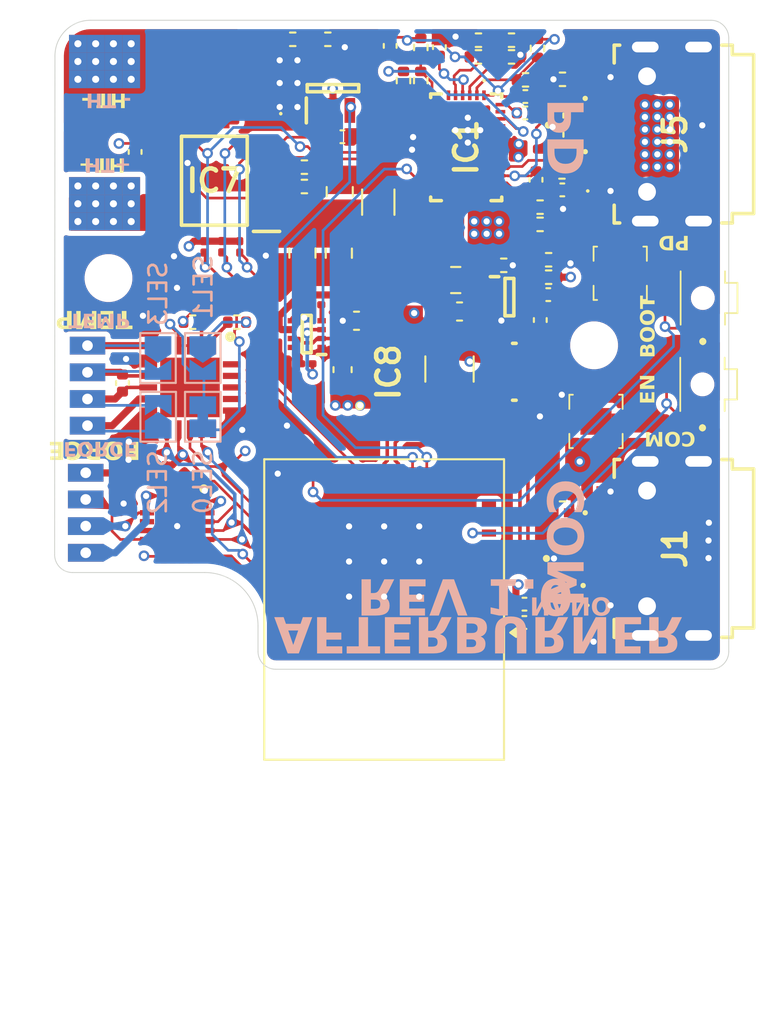
<source format=kicad_pcb>
(kicad_pcb (version 20241229) (generator "pcbnew") (generator_version "9.0")
  (layers (0 "F.Cu" signal) (4 "In1.Cu" signal) (6 "In2.Cu" signal) (2 "B.Cu" signal) (13 "F.Paste" user) (15 "B.Paste" user) (5 "F.SilkS" user "F.Silkscreen") (7 "B.SilkS" user "B.Silkscreen") (1 "F.Mask" user) (3 "B.Mask" user) (25 "Edge.Cuts" user))
  (net 0 "")
  (net 1 "GND")
  (net 2 "Net-(U1-SS)")
  (net 3 "/GPIO9")
  (net 4 "VCC")
  (net 5 "+3V3")
  (net 6 "/MISO")
  (net 7 "/MOSI")
  (net 8 "/SCK")
  (net 14 "/EN")
  (net 21 "/D-")
  (net 22 "/D+")
  (net 24 "/Heater/IN-")
  (net 26 "Net-(IC5-BIAS)")
  (net 32 "/Heater/OUT_MOS")
  (net 33 "Net-(J2-G)")
  (net 35 "Net-(IC7-A0)")
  (net 36 "Net-(IC7-A1)")
  (net 38 "/HEATER_PWM")
  (net 39 "/LOADCELL_CS")
  (net 42 "/LOADCELL_DRDY")
  (net 43 "/TEMP_DRDY")
  (net 44 "/SCL")
  (net 45 "/ALERT_INT")
  (net 46 "/TEMP_CS")
  (net 47 "/PD_INT")
  (net 60 "/Temperature Sensor/RTDIN+")
  (net 61 "/Temperature Sensor/RTDIN-")
  (net 62 "/USB C PD Sink & Power/TPS_SW")
  (net 63 "/USB C PD Sink & Power/TPS_BOOT")
  (net 64 "/USB C PD Sink & Power/TPS_FB")
  (net 65 "/CONNECTOR/CC2")
  (net 66 "/CONNECTOR/CC1")
  (net 67 "/USB C PD Sink & Power/D-")
  (net 68 "/USB C PD Sink & Power/D+")
  (net 69 "/USB C PD Sink & Power/CC1")
  (net 70 "/USB C PD Sink & Power/CC2")
  (net 71 "/VBUS_COM_CONNECTOR")
  (net 72 "/Strain Gauge ADC/AIN1")
  (net 73 "/Strain Gauge ADC/AIN2")
  (net 74 "/Strain Gauge ADC/REFN1")
  (net 75 "/Temperature Sensor/ISENSOR")
  (net 76 "/Temperature Sensor/FORCE_N")
  (net 77 "/Temperature Sensor/FORCE_P")
  (net 78 "/USB C PD Sink & Power/VBUS")
  (net 79 "/Temperature Sensor/430")
  (net 80 "/Temperature Sensor/4300")
  (net 81 "/USB C PD Sink & Power/ADCIN1")
  (net 82 "/USB C PD Sink & Power/Reserved_27")
  (net 83 "/USB C PD Sink & Power/ADCIN2")
  (net 84 "/USB C PD Sink & Power/ADCIN3")
  (net 85 "/USB C PD Sink & Power/Reserved_36")
  (net 87 "/USB C PD Sink & Power/ADCIN4")
  (net 88 "/USB C PD Sink & Power/DRAIN")
  (net 89 "/USB C PD Sink & Power/CAP_MIS")
  (net 90 "/USB C PD Sink & Power/PLUG_FLIP")
  (net 91 "/USB C PD Sink & Power/Reserved_26")
  (net 93 "/USB C PD Sink & Power/DBG_ACC")
  (net 94 "Net-(U1-RT)")
  (net 95 "/SDA")
  (net 96 "+5V")
  (net 98 "Net-(IC3-OUT)")
  (net 103 "/ESP-D-")
  (net 104 "/ESP-D+")
  (net 107 "unconnected-(U4-IO14-Pad19)")
  (net 108 "/GPIO8")
  (net 109 "/+5V_LDO")
  (net 110 "Net-(IC9-~{ON})")
  (net 111 "Net-(IC9-ST)")
  (net 112 "/USB C PD Sink & Power/LDO_1V5")
  (net 113 "/USB C PD Sink & Power/LDO_3V3")
  (footprint "Footprints:QFN50P350X350X100-17N-D" (layer "F.Cu") (at 181.2 46.45 -90)
    (property "Reference" "IC4" (hide yes))
    (property "Value" "ADS1220IRVAR" (hide yes))
  )
  (footprint "Capacitor_SMD:C_1210_3225Metric" (layer "F.Cu") (at 196.53 37.615 -90)
    (property "Reference" "C3" (hide yes))
    (property "Value" "100u" (hide yes))
  )
  (footprint "Resistor_SMD:R_0402_1005Metric" (layer "F.Cu") (at 182.07 34.98)
    (property "Reference" "R15" (hide yes))
    (property "Value" "430" (hide yes))
  )
  (footprint "Capacitor_SMD:C_0603_1608Metric" (layer "F.Cu") (at 191.295 34.9 180)
    (property "Reference" "C20" (hide yes))
    (property "Value" "4.7u" (hide yes))
  )
  (footprint "Resistor_SMD:R_0402_1005Metric" (layer "F.Cu") (at 202.11 32.45 180)
    (property "Reference" "R3" (hide yes))
    (property "Value" "52.3k" (hide yes))
  )
  (footprint "Footprints:DIO_TPD1E05U06DPYR" (layer "F.Cu") (at 202.77 25.39 180)
    (property "Reference" "D6" (hide yes))
    (property "Value" "TPD1E05U06DPYR" (hide yes))
  )
  (footprint "Resistor_SMD:R_0201_0603Metric" (layer "F.Cu") (at 179.77 42.62 -90)
    (property "Reference" "R17" (hide yes))
    (property "Value" "10k" (hide yes))
  )
  (footprint "Footprints:DIO_TPD1E05U06DPYR" (layer "F.Cu") (at 202.6525 49.79 180)
    (property "Reference" "D3" (hide yes))
    (property "Value" "TPD1E05U06DPYR" (hide yes))
  )
  (footprint "Capacitor_SMD:C_0402_1005Metric" (layer "F.Cu") (at 202.88 27.54 180)
    (property "Reference" "C22" (hide yes))
    (property "Value" "220p" (hide yes))
  )
  (footprint "MountingHole:MountingHole_2.2mm_M2" (layer "F.Cu") (at 204.67 36.28)
    (property "Reference" "H4" (hide yes))
    (property "Value" "MountingHole" (hide yes))
  )
  (footprint "Resistor_SMD:R_0402_1005Metric" (layer "F.Cu") (at 200.02 19.12 180)
    (property "Reference" "R23" (hide yes))
    (property "Value" "100k" (hide yes))
  )
  (footprint "Capacitor_SMD:C_0402_1005Metric" (layer "F.Cu") (at 178.12 38.405 -90)
    (property "Reference" "C11" (hide yes))
    (property "Value" "100n" (hide yes))
  )
  (footprint "Resistor_SMD:R_0402_1005Metric" (layer "F.Cu") (at 200.81 21.35)
    (property "Reference" "R20" (hide yes))
    (property "Value" "11k" (hide yes))
  )
  (footprint "Resistor_SMD:R_0402_1005Metric" (layer "F.Cu") (at 193.94 21.39 -90)
    (property "Reference" "R5" (hide yes))
    (property "Value" "10k" (hide yes))
  )
  (footprint "Resistor_SMD:R_0201_0603Metric" (layer "F.Cu") (at 180.52 43.34 -90)
    (property "Reference" "R18" (hide yes))
    (property "Value" "10k" (hide yes))
  )
  (footprint "Capacitor_SMD:C_0402_1005Metric" (layer "F.Cu") (at 195.96 19.51 90)
    (property "Reference" "C12" (hide yes))
    (property "Value" "10u" (hide yes))
  )
  (footprint "Resistor_SMD:R_0402_1005Metric" (layer "F.Cu") (at 188.36 27.35)
    (property "Reference" "R12" (hide yes))
    (property "Value" "10k" (hide yes))
  )
  (footprint "Resistor_SMD:R_0402_1005Metric" (layer "F.Cu") (at 199.583205 31.781658)
    (property "Reference" "R28" (hide yes))
    (property "Value" "9.09k" (hide yes))
  )
  (footprint "Footprints:DIO_ESD122DMYR" (layer "F.Cu") (at 203.2435 23.895)
    (property "Reference" "D4" (hide yes))
    (property "Value" "ESD122DMYR" (hide yes))
  )
  (footprint "Capacitor_SMD:C_0805_2012Metric" (layer "F.Cu") (at 190.35 27.64 90)
    (property "Reference" "C14" (hide yes))
    (property "Value" "22u" (hide yes))
  )
  (footprint "Footprints:NTMFS5C612NLT1G" (layer "F.Cu") (at 183.231 21.303 90)
    (property "Reference" "J2" (hide yes))
    (property "Value" "NTMFS5C612NLT1G" (hide yes))
  )
  (footprint "RF_Module:ESP32-C6-MINI-1" (layer "F.Cu") (at 192.85 48.44 180)
    (property "Reference" "U4" (hide yes))
    (property "Value" "ESP32-C6-MINI-1" (hide yes))
  )
  (footprint "Footprints:SON65P300X300X63-9N" (layer "F.Cu") (at 193.095 37.79 90)
    (property "Reference" "IC8")
    (property "Value" "AP7361E-33FGE-7" (hide yes))
  )
  (footprint "MountingHole:MountingHole_2.2mm_M2" (layer "F.Cu") (at 177.332738 32.5)
    (property "Reference" "H3" (hide yes))
    (property "Value" "MountingHole" (hide yes))
  )
  (footprint "Footprints:conn_2p_custom" (layer "F.Cu") (at 177.61 25.32 180)
    (property "Reference" "J4" (hide yes))
    (property "Value" "Conn_01x02_Pin" (hide yes))
  )
  (footprint "Capacitor_SMD:C_1206_3216Metric" (layer "F.Cu") (at 192.52 28.23 90)
    (property "Reference" "C10" (hide yes))
    (property "Value" "22uF" (hide yes))
  )
  (footprint "Footprints:TVS3301DRBR" (layer "F.Cu") (at 204.775 40.56 90)
    (property "Reference" "IC2" (hide yes))
    (property "Value" "TVS3301DRBR" (hide yes))
  )
  (footprint "Resistor_SMD:R_0402_1005Metric" (layer "F.Cu") (at 202.11 31.47)
    (property "Reference" "R4" (hide yes))
    (property "Value" "10k" (hide yes))
  )
  (footprint "Footprints:DIO_TPD1E05U06DPYR" (layer "F.Cu") (at 202.7685 22.395 180)
    (property "Reference" "D5" (hide yes))
    (property "Value" "TPD1E05U06DPYR" (hide yes))
  )
  (footprint "Capacitor_SMD:C_0402_1005Metric" (layer "F.Cu") (at 190.5 24.55)
    (property "Reference" "C19" (hide yes))
    (property "Value" "100n" (hide yes))
  )
  (footprint "Capacitor_SMD:C_0603_1608Metric" (layer "F.Cu") (at 190.51 37.65 90)
    (property "Reference" "C21" (hide yes))
    (property "Value" "4.7u" (hide yes))
  )
  (footprint "Footprints:TVS3301DRBR" (layer "F.Cu") (at 206.14 32.23 -90)
    (property "Reference" "IC6" (hide yes))
    (property "Value" "TVS3301DRBR" (hide yes))
  )
  (footprint "Capacitor_SMD:C_0201_0603Metric" (layer "F.Cu") (at 177.71 43.775 -90)
    (property "Reference" "C17" (hide yes))
    (property "Value" "100n" (hide yes))
  )
  (footprint "Capacitor_SMD:C_0805_2012Metric" (layer "F.Cu") (at 188.25 31.09 -90)
    (property "Reference" "C15" (hide yes))
    (property "Value" "22u" (hide yes))
  )
  (footprint "Capacitor_SMD:C_0402_1005Metric" (layer "F.Cu") (at 201.64 34.86 -90)
    (property "Reference" "Cboot1" (hide yes))
    (property "Value" "100nF" (hide yes))
  )
  (footprint "Capacitor_SMD:C_0201_0603Metric" (layer "F.Cu") (at 178.439293 43.775 -90)
    (property "Reference" "C16" (hide yes))
    (property "Value" "100n" (hide yes))
  )
  (footprint "Capacitor_SMD:C_0402_1005Metric" (layer "F.Cu") (at 193.19 19.44 -90)
    (property "Reference" "C8" (hide yes))
    (property "Value" "10u" (hide yes))
  )
  (footprint "Footprints:SOTFL50P160X60-8N" (layer "F.Cu") (at 188.492 35.65 180)
    (property "Reference" "IC9" (hide yes))
    (property "Value" "LM66200DRLR" (hide yes))
  )
  (footprint "Resistor_SMD:R_0402_1005Metric" (layer "F.Cu") (at 202.89 44.68 180)
    (property "Reference" "R7" (hide yes))
    (property "Value" "5.1k" (hide yes))
  )
  (footprint "Resistor_SMD:R_0201_0603Metric" (layer "F.Cu") (at 188.99 34 180)
    (property "Reference" "R32" (hide yes))
    (property "Value" "1k" (hide yes))
  )
  (footprint "Footprints:B3U3000PB" (layer "F.Cu") (at 210.79 33.62 -90)
    (property "Reference" "S1" (hide yes))
    (property "Value" "B3U-3000P-B" (hide yes))
  )
  (footprint "Footprints:WE-MAPI_3020" (layer "F.Cu") (at 200.18 37.77 180)
    (property "Reference" "L1" (hide yes))
    (property "Value" "WE-MAPI_3020HT" (hide yes))
  )
  (footprint "Footprints:Conn_4pin_1mm_2mm" (layer "F.Cu") (at 176.05 43.45)
    (property "Reference" "J6" (hide yes))
    (property "Value" "Conn_01x04_Pin" (hide yes))
  )
  (footprint "Resistor_SMD:R_0402_1005Metric" (layer "F.Cu") (at 184.56 34.98 180)
    (property "Reference" "R16" (hide yes))
    (property "Value" "4300" (hide yes))
  )
  (footprint "Resistor_SMD:R_0402_1005Metric" (layer "F.Cu") (at 202.771032 50.810391 180)
    (property "Reference" "R6" (hide yes))
    (property "Value" "5.1k" (hide yes))
  )
  (footprint "Footprints:DIO_TPD1E05U06DPYR" (layer "F.Cu") (at 202.7685 45.7 180)
    (property "Reference" "D2" (hide yes))
    (property "Value" "TPD1E05U06DPYR" (hide yes))
  )
  (footprint "Resistor_SMD:R_0201_0603Metric" (layer "F.Cu") (at 184.01 42.87 45)
    (property "Reference" "R19" (hide yes))
    (property "Value" "10k" (hide yes))
  )
  (footprint "Resistor_SMD:R_0402_1005Metric" (layer "F.Cu") (at 194.91 21.389999 -90)
    (property "Reference" "R27" (hide yes))
    (property "Value" "18k" (hide yes))
  )
  (footprint "Resistor_SMD:R_0201_0603Metric" (layer "F.Cu") (at 188.492 37.32)
    (property "Reference" "R33" (hide yes))
    (property "Value" "10k" (hide yes))
  )
  (footprint "Capacitor_SMD:C_0402_1005Metric" (layer "F.Cu") (at 200.8 23.21)
    (property "Reference" "C6" (hide yes))
    (property "Value" "10u" (hide yes))
  )
  (footprint "Footprints:SOT95P270X145-5N" (layer "F.Cu") (at 189.97 21.82 90)
    (property "Reference" "IC3" (hide yes))
    (property "Value" "MCP1416T-E_OT" (hide yes))
  )
  (footprint "Footprints:TPS25730DREFR" (layer "F.Cu") (at 197.47 25.145 -90)
    (property "Reference" "IC1")
    (property "Value" "TPS25730DREFR" (hide yes))
  )
  (footprint "Resistor_SMD:R_0201_0603Metric" (layer "F.Cu") (at 183.71 30.735 90)
    (property "Reference" "R13" (hide yes))
    (property "Value" "2.7k" (hide yes))
  )
  (footprint "Resistor_SMD:R_0402_1005Metric" (layer "F.Cu") (at 200.02 20.06)
    (property "Reference" "R22" (hide yes))
    (property "Value" "10M" (hide yes))
  )
  (footprint "Capacitor_SMD:C_0402_1005Metric" (layer "F.Cu") (at 178.832 25.405 -90)
    (property "Reference" "C9" (hide yes))
    (property "Value" "100n" (hide yes))
  )
  (footprint "Footprints:SOP65P640X120-16N" (layer "F.Cu") (at 183.292 27.025 180)
    (property "Reference" "IC7")
    (property "Value" "INA260AIPWR" (hide yes))
  )
  (footprint "Resistor_SMD:R_0201_0603Metric" (layer "F.Cu") (at 182.71 30.745 90)
    (property "Reference" "R14" (hide yes))
    (property "Value" "2.7k" (hide yes))
  )
  (footprint "Capacitor_SMD:C_0805_2012Metric" (layer "F.Cu") (at 196.88 32.61)
    (property "Reference" "Cin1" (hide yes))
    (property "Value" "10u" (hide yes))
  )
  (footprint "Footprints:Conn_4pin_1mm_2mm" (layer "F.Cu") (at 176.15 36.3)
    (property "Reference" "J3" (hide yes))
    (property "Value" "Conn_01x04_Pin" (hide yes))
  )
  (footprint "Capacitor_SMD:C_0201_0603Metric" (layer "F.Cu") (at 208.96 33.6 -90)
    (property "Reference" "C1" (hide yes))
    (property "Value" "100n" (hide yes))
  )
  (footprint "Footprints:QFN65P500X500X80-21N" (layer "F.Cu") (at 181.92 38.65 -90)
    (property "Reference" "IC5" (hide yes))
    (property "Value" "MAX31865ATP+T" (hide yes))
  )
  (footprint "Resistor_SMD:R_0201_0603Metric" (layer "F.Cu") (at 184.72 30.745 90)
    (property "Reference" "R24" (hide yes))
    (property "Value" "2.7k" (hide yes))
  )
  (footprint "Resistor_SMD:R_0402_1005Metric" (layer "F.Cu") (at 202.89 21.32 180)
    (property "Reference" "R77" (hide yes))
    (property "Value" "5.1k" (hide yes))
  )
  (footprint "Resistor_SMD:R_0402_1005Metric" (layer "F.Cu") (at 198.16 19.12 180)
    (property "Reference" "R25" (hide yes))
    (property "Value" "18k" (hide yes))
  )
  (footprint "Resistor_SMD:R_0201_0603Metric" (layer "F.Cu") (at 197.295 40.7 180)
    (property "Reference" "R30" (hide yes))
    (property "Value" "22" (hide yes))
  )
  (footprint "Resistor_SMD:R_0402_1005Metric" (layer "F.Cu") (at 187.705 19.07 180)
    (property "Reference" "R9" (hide yes))
    (property "Value" "20R" (hide yes))
  )
  (footprint "Resistor_SMD:R_0402_1005Metric" (layer "F.Cu") (at 188.36 26.26)
    (property "Reference" "R8" (hide yes))
    (property "Value" "10k" (hide yes))
  )
  (footprint "Capacitor_SMD:C_0603_1608Metric" (layer "F.Cu") (at 197.095 34.38)
    (property "Reference" "Cinx1" (hide yes))
    (property "Value" "100n" (hide yes))
  )
  (footprint "Capacitor_SMD:C_0402_1005Metric" (layer "F.Cu") (at 200.745 51.87)
    (property "Reference" "C5" (hide yes))
    (property "Value" "100n" (hide yes))
  )
  (footprint "Resistor_SMD:R_0402_1005Metric" (layer "F.Cu") (at 194.914063 19.53 -90)
    (property "Reference" "R26" (hide yes))
    (property "Value" "100k" (hide yes))
  )
  (footprint "Capacitor_SMD:C_0201_0603Metric" (layer "F.Cu") (at 208.92 38.135 -90)
    (property "Reference" "C2" (hide yes))
    (property "Value" "100n" (hide yes))
  )
  (footprint "Footprints:USB4730GFAKIT" (layer "F.Cu") (at 209.613 47.705 90)
    (property "Reference" "J1")
    (property "Value" "USB4730-GF-A-KIT" (hide yes))
  )
  (footprint "Footprints:SOTFL50P160X60-8N" (layer "F.Cu") (at 199.902 33.57)
    (property "Reference" "U1" (hide yes))
    (property "Value" "TPS62933DRLR" (hide yes))
  )
  (footprint "Resistor_SMD:R_0201_0603Metric" (layer "F.Cu") (at 197.285 41.47 180)
    (property "Reference" "R29" (hide yes))
    (property "Value" "22" (hide yes))
  )
  (footprint "Capacitor_SMD:C_0402_1005Metric" (layer "F.Cu") (at 201.4 26.97 -90)
    (property "Reference" "C23" (hide yes))
    (property "Value" "220p" (hide yes))
  )
  (footprint "Capacitor_SMD:C_0402_1005Metric" (layer "F.Cu") (at 200.8 22.29)
    (property "Reference" "C13" (hide yes))
    (property "Value" "10u" (hide yes))
  )
  (footprint "Footprints:DIO_ESD122DMYR" (layer "F.Cu") (at 203.135 48.27)
    (property "Reference" "D1" (hide yes))
    (property "Value" "ESD122DMYR" (hide yes))
  )
  (footprint "Capacitor_SMD:C_0402_1005Metric" (layer "F.Cu") (at 200.75 50.84)
    (property "Reference" "C4" (hide yes))
    (property "Value" "10u" (hide yes))
  )
  (footprint "Resistor_SMD:R_0402_1005Metric" (layer "F.Cu") (at 201.48 19.58 -90)
    (property "Reference" "R11" (hide yes))
    (property "Value" "100k" (hide yes))
  )
  (footprint "Footprints:B3U3000PB" (layer "F.Cu") (at 210.77 38.4775 -90)
    (property "Reference" "S3" (hide yes))
    (property "Value" "B3U-3000P-B" (hide yes))
  )
  (footprint "Resistor_SMD:R_0201_0603Metric" (layer "F.Cu") (at 188.115 41.61 135)
    (property "Reference" "R31" (hide yes))
    (property "Value" "3k3" (hide yes))
  )
  (footprint "Footprints:USB4730GFAKIT" (layer "F.Cu") (at 209.613 24.4 90)
    (property "Reference" "J5")
    (property "Value" "USB4730-GF-A-KIT" (hide yes))
  )
  (footprint "Resistor_SMD:R_0402_1005Metric" (layer "F.Cu") (at 201.63 28.51)
    (property "Reference" "R2" (hide yes))
    (property "Value" "10k" (hide yes))
  )
  (footprint "Resistor_SMD:R_0402_1005Metric" (layer "F.Cu") (at 201.63 29.48)
    (property "Reference" "R1" (hide yes))
    (property "Value" "10k" (hide yes))
  )
  (footprint "Resistor_SMD:R_0402_1005Metric" (layer "F.Cu") (at 189.68 19.07)
    (property "Reference" "R10" (hide yes))
    (property "Value" "20k" (hide yes))
  )
  (footprint "Capacitor_SMD:C_0805_2012Metric" (layer "F.Cu") (at 190.3 31.1 -90)
    (property "Reference" "C18" (hide yes))
    (property "Value" "10u" (hide yes))
  )
  (footprint "Resistor_SMD:R_0402_1005Metric" (layer "F.Cu") (at 198.16 20.06)
    (property "Reference" "R21" (hide yes))
    (property "Value" "0" (hide yes))
  )
  (footprint "Resistor_SMD:R_0402_1005Metric" (layer "F.Cu") (at 202.86 26.53 180)
    (property "Reference" "R66" (hide yes))
    (property "Value" "5.1k" (hide yes))
  )
  (footprint "Capacitor_SMD:C_0402_1005Metric" (layer "F.Cu") (at 202.09 33.43)
    (property "Reference" "Css1" (hide yes))
    (property "Value" "33n" (hide yes))
  )
  (footprint "Jumper:SolderJumper-2_P1.3mm_Open_TrianglePad1.0x1.5mm" (layer "B.Cu") (at 180.13 40.3 90)
    (property "Reference" "SEL2")
    (property "Value" "CLOSED" (hide yes))
  )
  (footprint "Jumper:SolderJumper-2_P1.3mm_Open_TrianglePad1.0x1.5mm" (layer "B.Cu") (at 180.12 36.995 -90)
    (property "Reference" "SEL3")
    (property "Value" "CLOSED" (hide yes))
  )
  (footprint "Jumper:SolderJumper-2_P1.3mm_Open_TrianglePad1.0x1.5mm" (layer "B.Cu") (at 182.64 36.995 -90)
    (property "Reference" "SEL1")
    (property "Value" "CLOSED" (hide yes))
  )
  (footprint "Jumper:SolderJumper-2_P1.3mm_Bridged_Pad1.0x1.5mm" (layer "B.Cu") (at 182.64 40.3 90)
    (property "Reference" "SEL0")
    (property "Value" "OPEN" (hide yes))
  )
  (gr_line (start 174.300613 48.059355) (end 174.318863 19.998699) (stroke (width 0.05)) (layer "Edge.Cuts"))
  (gr_line (start 182.75 49.06) (end 175.300613 49.06) (stroke (width 0.05)) (layer "Edge.Cuts"))
  (gr_arc (start 182.75 49.06) (mid 184.87132 49.93868) (end 185.75 52.06) (stroke (width 0.05)) (layer "Edge.Cuts"))
  (gr_line (start 211.25 18) (end 176.318863 18) (stroke (width 0.05)) (layer "Edge.Cuts"))
  (gr_line (start 185.75 53.5) (end 185.75 52.06) (stroke (width 0.05)) (layer "Edge.Cuts"))
  (gr_line (start 211.25 54.5) (end 186.75 54.5) (stroke (width 0.05)) (layer "Edge.Cuts"))
  (gr_arc (start 212.25 53.5) (mid 211.957107 54.207107) (end 211.25 54.5) (stroke (width 0.05)) (layer "Edge.Cuts"))
  (gr_arc (start 211.25 18) (mid 211.957107 18.292893) (end 212.25 19) (stroke (width 0.05)) (layer "Edge.Cuts"))
  (gr_arc (start 186.75 54.5) (mid 186.042893 54.207107) (end 185.75 53.5) (stroke (width 0.05)) (layer "Edge.Cuts"))
  (gr_arc (start 174.318863 19.998699) (mid 174.905107 18.585313) (end 176.318863 18) (stroke (width 0.05)) (layer "Edge.Cuts"))
  (gr_line (start 212.25 53.5) (end 212.25 19) (stroke (width 0.05)) (layer "Edge.Cuts"))
  (gr_arc (start 175.300613 49.06) (mid 174.59327 48.766883) (end 174.300613 48.059355) (stroke (width 0.05)) (layer "Edge.Cuts"))
  (gr_text "FORCE" (at 179.14 41.54 180) (layer "F.SilkS") (effects (font (size 1 1) (thickness 0.025) (bold yes)) (justify left bottom)))
  (gr_text "TEMP" (at 178.69 34.18 180) (layer "F.SilkS") (effects (font (size 1 1) (thickness 0.025) (bold yes)) (justify left bottom)))
  (gr_text "HT -" (at 178.35 21.99 180) (layer "F.SilkS") (effects (font (size 0.8 0.8) (thickness 0.025) (bold yes)) (justify left bottom)))
  (gr_text "EN" (at 208.2 39.6 90) (layer "F.SilkS") (effects (font (size 0.8 0.8) (thickness 0.025) (bold yes)) (justify left bottom)))
  (gr_text "BOOT" (at 208.21 37 90) (layer "F.SilkS") (effects (font (size 0.8 0.8) (thickness 0.025) (bold yes)) (justify left bottom)))
  (gr_text "PD" (at 210.04 29.99 180) (layer "F.SilkS") (effects (font (size 0.8 0.8) (thickness 0.025) (bold yes)) (justify left bottom)))
  (gr_text "COM" (at 210.38 41.02 180) (layer "F.SilkS") (effects (font (size 0.8 0.8) (thickness 0.025) (bold yes)) (justify left bottom)))
  (gr_text "HT+" (at 178.28 25.63 180) (layer "F.SilkS") (effects (font (size 0.8 0.8) (thickness 0.025) (bold yes)) (justify left bottom)))
  (gr_text "REV 1.0" (at 191.32 49.1 180) (layer "B.SilkS") (effects (font (size 2 2) (thickness 0.3) (bold yes)) (justify left bottom mirror)))
  (gr_text "HT+" (at 175.97 25.63 180) (layer "B.SilkS") (effects (font (size 0.8 0.8) (thickness 0.025) (bold yes)) (justify left bottom mirror)))
  (gr_text "FORCE" (at 174.79 41.59 180) (layer "B.SilkS") (effects (font (size 0.8 0.8) (thickness 0.025) (bold yes)) (justify left bottom mirror)))
  (gr_text "PD" (at 204.42 22.39 90) (layer "B.SilkS") (effects (font (size 2 2) (thickness 0.025) (bold yes)) (justify left bottom mirror)))
  (gr_text "AFTERBURNER" (at 186.65 51.23 180) (layer "B.SilkS") (effects (font (size 2 2) (thickness 0.4) (bold yes) (italic yes)) (justify left bottom mirror)))
  (gr_text "COM" (at 204.42 43.79 90) (layer "B.SilkS") (effects (font (size 2 2) (thickness 0.025) (bold yes)) (justify left bottom mirror)))
  (gr_text "TEMP" (at 175.08 34.37 180) (layer "B.SilkS") (effects (font (size 0.8 0.8) (thickness 0.025) (bold yes)) (justify left bottom mirror)))
  (gr_text "HT -" (at 176.06 21.99 180) (layer "B.SilkS") (effects (font (size 0.8 0.8) (thickness 0.025) (bold yes)) (justify left bottom mirror)))
  (gr_text "NANO" (at 201.05 50.29 180) (layer "B.SilkS") (effects (font (size 1 1) (thickness 0.25) (bold yes)) (justify left bottom mirror)))
  (segment (start 190.92 20.57) (end 190.92 19.8) (width 0.4) (layer "F.Cu") (net 1))
  (segment (start 187.561726 25.714) (end 188.324 25.714) (width 0.15) (layer "F.Cu") (net 1))
  (segment (start 199.45 34.89) (end 199.87 34.47) (width 0.4) (layer "F.Cu") (net 1))
  (segment (start 190.92 19.8) (end 190.635 19.515) (width 0.4) (layer "F.Cu") (net 1))
  (segment (start 202.435 23.895) (end 202.33 24) (width 0.15) (layer "F.Cu") (net 1))
  (segment (start 207.55 19.505) (end 208.275 19.505) (width 0.15) (layer "F.Cu") (net 1))
  (segment (start 180.354 26.05) (end 178.997 26.05) (width 0.15) (layer "F.Cu") (net 1))
  (segment (start 195.685 37.755) (end 195.61 37.68) (width 0.15) (layer "F.Cu") (net 1))
  (segment (start 201.225 51.87) (end 201.225 50.7175) (width 0.4) (layer "F.Cu") (net 1))
  (segment (start 207.65 44.455) (end 207.65 42.91) (width 0.15) (layer "F.Cu") (net 1))
  (segment (start 202.575 48.185) (end 203.175 48.185) (width 0.15) (layer "F.Cu") (net 1))
  (segment (start 178.997 26.05) (end 178.832 25.885) (width 0.15) (layer "F.Cu") (net 1))
  (segment (start 207.65 52.5) (end 207.55 52.6) (width 0.15) (layer "F.Cu") (net 1))
  (segment (start 207.55 52.6) (end 210.55 52.6) (width 0.15) (layer "F.Cu") (net 1))
  (segment (start 188.67 34) (end 188.67 34.41) (width 0.2) (layer "F.Cu") (net 1))
  (segment (start 198.835 25.545) (end 197.47 24.18) (width 0.15) (layer "F.Cu") (net 1))
  (segment (start 180.354 26.05) (end 181.757 26.05) (width 0.15) (layer "F.Cu") (net 1))
  (segment (start 188.67 34.41) (end 188.35 34.73) (width 0.2) (layer "F.Cu") (net 1))
  (segment (start 199.395 25.545) (end 198.835 25.545) (width 0.15) (layer "F.Cu") (net 1))
  (segment (start 186.23 26.05) (end 187.225726 26.05) (width 0.15) (layer "F.Cu") (net 1))
  (segment (start 188.324 25.714) (end 188.87 26.26) (width 0.15) (layer "F.Cu") (net 1))
  (segment (start 187.225726 26.05) (end 187.561726 25.714) (width 0.15) (layer "F.Cu") (net 1))
  (segment (start 199.87 34.47) (end 199.87 32.004863) (width 0.4) (layer "F.Cu") (net 1))
  (segment (start 196.11 25.54) (end 197.47 24.18) (width 0.15) (layer "F.Cu") (net 1))
  (segment (start 208.275 19.505) (end 208.32 19.55) (width 0.15) (layer "F.Cu") (net 1))
  (segment (start 207.55 42.81) (end 210.55 42.81) (width 0.15) (layer "F.Cu") (net 1))
  (segment (start 178.32 37.05) (end 179.27 37.05) (width 0.15) (layer "F.Cu") (net 1))
  (segment (start 207.65 42.91) (end 207.55 42.81) (width 0.15) (layer "F.Cu") (net 1))
  (segment (start 199.87 32.004863) (end 200.093205 31.781658) (width 0.4) (layer "F.Cu") (net 1))
  (segment (start 190.635 19.515) (end 190.19 19.07) (width 0.4) (layer "F.Cu") (net 1))
  (segment (start 195.545 25.545) (end 195.55 25.54) (width 0.15) (layer "F.Cu") (net 1))
  (segment (start 207.65 50.955) (end 207.65 52.5) (width 0.15) (layer "F.Cu") (net 1))
  (segment (start 181.757 26.05) (end 181.782 26.025) (width 0.15) (layer "F.Cu") (net 1))
  (segment (start 208.32 19.55) (end 208.365 19.505) (width 0.15) (layer "F.Cu") (net 1))
  (segment (start 207.65 19.605) (end 207.55 19.505) (width 0.15) (layer "F.Cu") (net 1))
  (segment (start 203.1185 23.895) (end 202.435 23.895) (width 0.15) (layer "F.Cu") (net 1))
  (segment (start 179.27 37.05) (end 179.57 37.35) (width 0.15) (layer "F.Cu") (net 1))
  (segment (start 195.55 25.54) (end 196.11 25.54) (width 0.15) (layer "F.Cu") (net 1))
  (segment (start 207.55 27.75) (end 207.65 27.65) (width 0.15) (layer "F.Cu") (net 1))
  (via (at 202.92 28.61) (size 0.6) (drill 0.35) (layers "F.Cu" "B.Cu") (net 1))
  (via (at 194.825 50.415) (size 0.6) (drill 0.35) (layers "F.Cu" "B.Cu") (net 1))
  (via (at 190.52 34.9) (size 0.6) (drill 0.35) (layers "F.Cu" "B.Cu") (net 1))
  (via (at 202.33 24) (size 0.6) (drill 0.35) (layers "F.Cu" "B.Cu") (net 1))
  (via (at 199.45 34.89) (size 0.6) (drill 0.35) (layers "F.Cu" "B.Cu") (net 1))
  (via (at 200.093205 31.781658) (size 0.6) (drill 0.35) (layers "F.Cu" "B.Cu") (net 1))
  (via (at 190.875 48.44) (size 0.6) (drill 0.35) (layers "F.Cu" "B.Cu") (net 1))
  (via (at 198.26 24.18) (size 0.6) (drill 0.35) (layers "F.Cu" "B.Cu") (net 1))
  (via (at 186.97 20.25) (size 0.6) (drill 0.35) (layers "F.Cu" "B.Cu") (net 1))
  (via (at 211.11 47.26) (size 0.6) (drill 0.35) (layers "F.Cu" "B.Cu") (net 1))
  (via (at 205.5945 44.505) (size 0.6) (drill 0.35) (layers "F.Cu" "B.Cu") (net 1))
  (via (at 190.875 46.465) (size 0.6) (drill 0.35) (layers "F.Cu" "B.Cu") (net 1))
  (via (at 197.56 23.48) (size 0.6) (drill 0.35) (layers "F.Cu" "B.Cu") (net 1))
  (via (at 192.85 48.44) (size 0.6) (drill 0.35) (layers "F.Cu" "B.Cu") (net 1))
  (via (at 194.825 46.465) (size 0.6) (drill 0.35) (layers "F.Cu" "B.Cu") (net 1))
  (via (at 203.34 31.67) (size 0.6) (drill 0.35) (layers "F.Cu" "B.Cu") (net 1))
  (via (at 186.19 31.24) (size 0.6) (drill 0.35) (layers "F.Cu" "B.Cu") (net 1))
  (via (at 190.635 19.515) (size 0.6) (drill 0.35) (layers "F.Cu" "B.Cu") (net 1))
  (via (at 201.62 40.28) (size 0.6) (drill 0.35) (layers "F.Cu" "B.Cu") (net 1))
  (via (at 202.41 48.27) (size 0.6) (drill 0.35) (layers "F.Cu" "B.Cu") (net 1))
  (via (at 202.85 39.06) (size 0.6) (drill 0.35) (layers "F.Cu" "B.Cu") (net 1))
  (via (at 181.19 33.05) (size 0.6) (drill 0.35) (layers "F.Cu" "B.Cu") (net 1))
  (via (at 204.64 52.95) (size 0.6) (drill 0.35) (layers "F.Cu" "B.Cu") (net 1))
  (via (at 196.87 18.92) (size 0.6) (drill 0.35) (layers "F.Cu" "B.Cu") (net 1))
  (via (at 181.782 26.025) (size 0.6) (drill 0.35) (layers "F.Cu" "B.Cu") (net 1))
  (via (at 188.35 34.73) (size 0.6) (drill 0.35) (layers "F.Cu" "B.Cu") (net 1))
  (via (at 184.86 41.04) (size 0.6) (drill 0.35) (layers "F.Cu" "B.Cu") (net 1))
  (via (at 194.48 24.57) (size 0.6) (drill 0.35) (layers "F.Cu" "B.Cu") (net 1))
  (via (at 205.5945 21.2) (size 0.6) (drill 0.35) (layers "F.Cu" "B.Cu") (net 1))
  (via (at 178.48 41.7) (size 0.6) (drill 0.35) (layers "F.Cu" "B.Cu") (net 1))
  (via (at 197.56 24.88) (size 0.6) (drill 0.35) (layers "F.Cu" "B.Cu") (net 1))
  (via (at 202.38 21.32) (size 0.6) (drill 0.35) (layers "F.Cu" "B.Cu") (net 1))
  (via (at 181.02 31.27) (size 0.6) (drill 0.35) (layers "F.Cu" "B.Cu") (net 1))
  (via (at 179.27 34.62) (size 0.6) (drill 0.35) (layers "F.Cu" "B.Cu") (net 1))
  (via (at 186.97 21.53) (size 0.6) (drill 0.35) (layers "F.Cu" "B.Cu") (net 1))
  (via (at 178.46 42.72) (size 0.6) (drill 0.35) (layers "F.Cu" "B.Cu") (net 1))
  (via (at 194.42 25.28) (size 0.6) (drill 0.35) (layers "F.Cu" "B.Cu") (net 1))
  (via (at 210.76 23.91) (size 0.6) (drill 0.35) (layers "F.Cu" "B.Cu") (net 1))
  (via (at 187.97 22.88) (size 0.6) (drill 0.35) (layers "F.Cu" "B.Cu") (net 1))
  (via (at 187.97 21.53) (size 0.6) (drill 0.35) (layers "F.Cu" "B.Cu") (net 1))
  (via (at 205.5945 27.6) (size 0.6) (drill 0.35) (layers "F.Cu" "B.Cu") (net 1))
  (via (at 192.85 46.465) (size 0.6) (drill 0.35) (layers "F.Cu" "B.Cu") (net 1))
  (via (at 187.38 40.8) (size 0.6) (drill 0.35) (layers "F.Cu" "B.Cu") (net 1))
  (via (at 178.183364 45.182172) (size 0.6) (drill 0.35) (layers "F.Cu" "B.Cu") (net 1))
  (via (at 182.75 44.46) (size 0.6) (drill 0.35) (layers "F.Cu" "B.Cu") (net 1))
  (via (at 178.32 37.05) (size 0.6) (drill 0.35) (layers "F.Cu" "B.Cu") (net 1))
  (via (at 181.2 46.45) (size 0.6) (drill 0.35) (layers "F.Cu" "B.Cu") (net 1))
  (via (at 200.52 19.94) (size 0.6) (drill 0.35) (layers "F.Cu" "B.Cu") (net 1))
  (via (at 194.825 48.44) (size 0.6) (drill 0.35) (layers "F.Cu" "B.Cu") (net 1))
  (via (at 186.86 43.5) (size 0.6) (drill 0.35) (layers "F.Cu" "B.Cu") (net 1))
  (via (at 192.85 50.415) (size 0.6) (drill 0.35) (layers "F.Cu" "B.Cu") (net 1))
  (via (at 211.13 46.26) (size 0.6) (drill 0.35) (layers "F.Cu" "B.Cu") (net 1))
  (via (at 197.56 24.18) (size 0.6) (drill 0.35) (layers "F.Cu" "B.Cu") (net 1))
  (via (at 187.97 20.25) (size 0.6) (drill 0.35) (layers "F.Cu" "B.Cu") (net 1))
  (via (at 196.86 24.18) (size 0.6) (drill 0.35) (layers "F.Cu" "B.Cu") (net 1))
  (via (at 190.875 50.415) (size 0.6) (drill 0.35) (layers "F.Cu" "B.Cu") (net 1))
  (via (at 205.5945 50.905) (size 0.6) (drill 0.35) (layers "F.Cu" "B.Cu") (net 1))
  (via (at 186.97 22.88) (size 0.6) (drill 0.35) (layers "F.Cu" "B.Cu") (net 1))
  (via (at 211.11 48.25) (size 0.6) (drill 0.35) (layers "F.Cu" "B.Cu") (net 1))
  (segment (start 208.66 35.23) (end 208.75 35.32) (width 0.15) (layer "F.Cu") (net 3))
  (segment (start 208.75 35.32) (end 210.74 35.32) (width 0.15) (layer "F.Cu") (net 3))
  (segment (start 188.85 44.53) (end 188.85 43.54) (width 0.15) (layer "F.Cu") (net 3))
  (segment (start 208.66 34.22) (end 208.96 33.92) (width 0.15) (layer "F.Cu") (net 3))
  (segment (start 208.66 35.23) (end 208.66 34.22) (width 0.15) (layer "F.Cu") (net 3))
  (via (at 208.66 35.23) (size 0.6) (drill 0.35) (layers "F.Cu" "B.Cu") (net 3))
  (via (at 188.85 44.53) (size 0.6) (drill 0.35) (layers "F.Cu" "B.Cu") (net 3))
  (segment (start 209.14 35.71) (end 208.66 35.23) (width 0.15) (layer "B.Cu") (net 3))
  (segment (start 189.32 45) (end 200.48 45) (width 0.15) (layer "B.Cu") (net 3))
  (segment (start 188.85 44.53) (end 189.32 45) (width 0.15) (layer "B.Cu") (net 3))
  (segment (start 200.48 45) (end 209.14 36.34) (width 0.15) (layer "B.Cu") (net 3))
  (segment (start 209.14 36.34) (end 209.14 35.71) (width 0.15) (layer "B.Cu") (net 3))
  (segment (start 181.55 26.7) (end 182.85 28) (width 0.15) (layer "F.Cu") (net 4))
  (segment (start 180.354 26.7) (end 181.55 26.7) (width 0.15) (layer "F.Cu") (net 4))
  (segment (start 182.85 28) (end 186.23 28) (width 0.15) (layer "F.Cu") (net 4))
  (segment (start 200.27 50.84) (end 198.75 50.84) (width 0.4) (layer "F.Cu") (net 5))
  (segment (start 175.85 43.45) (end 175.86 43.46) (width 0.4) (layer "F.Cu") (net 5))
  (segment (start 200.27 50.84) (end 200.27 49.88) (width 0.4) (layer "F.Cu") (net 5))
  (segment (start 182.71 30.425) (end 182.145 30.425) (width 0.4) (layer "F.Cu") (net 5))
  (segment (start 176.49 43.64) (end 176.35 43.5) (width 0.15) (layer "F.Cu") (net 5))
  (segment (start 179.36 48.15) (end 179.33 48.12) (width 0.15) (layer "F.Cu") (net 5))
  (segment (start 179.307 25.4) (end 178.832 24.925) (width 0.15) (layer "F.Cu") (net 5))
  (segment (start 184.236274 42.643726) (end 184.606274 42.643726) (width 0.15) (layer "F.Cu") (net 5))
  (segment (start 200.27 49.88) (end 200.41 49.74) (width 0.4) (layer "F.Cu") (net 5))
  (segment (start 182.71 30.425) (end 184.72 30.425) (width 0.4) (layer "F.Cu") (net 5))
  (segment (start 199.77 22.74) (end 199.4 22.74) (width 0.15) (layer "F.Cu") (net 5))
  (segment (start 200.265 50.845) (end 200.27 50.84) (width 0.4) (layer "F.Cu") (net 5))
  (segment (start 180.45 48.15) (end 181.45 48.15) (width 0.15) (layer "F.Cu") (net 5))
  (segment (start 179.77 43.169999) (end 180.260001 43.66) (width 0.4) (layer "F.Cu") (net 5))
  (segment (start 182.145 30.425) (end 181.86 30.71) (width 0.4) (layer "F.Cu") (net 5))
  (segment (start 200.265 51.87) (end 200.265 50.845) (width 0.4) (layer "F.Cu") (net 5))
  (segment (start 199.4 22.74) (end 199.395 22.745) (width 0.15) (layer "F.Cu") (net 5))
  (segment (start 178.832 24.925) (end 177.925 24.925) (width 0.15) (layer "F.Cu") (net 5))
  (segment (start 180.45 48.15) (end 179.36 48.15) (width 0.15) (layer "F.Cu") (net 5))
  (segment (start 179.25 43.46) (end 179.77 42.94) (width 0.4) (layer "F.Cu") (net 5))
  (segment (start 179.77 42.94) (end 179.77 43.169999) (width 0.4) (layer "F.Cu") (net 5))
  (segment (start 180.260001 43.66) (end 180.52 43.66) (width 0.4) (layer "F.Cu") (net 5))
  (segment (start 175.86 43.46) (end 179.25 43.46) (width 0.4) (layer "F.Cu") (net 5))
  (segment (start 184.606274 42.643726) (end 185.03 42.22) (width 0.15) (layer "F.Cu") (net 5))
  (segment (start 199.77 22.74) (end 200.109 23.079) (width 0.15) (layer "F.Cu") (net 5))
  (segment (start 200.109 23.079) (end 200.32 23.079) (width 0.15) (layer "F.Cu") (net 5))
  (segment (start 180.354 25.4) (end 179.307 25.4) (width 0.15) (layer "F.Cu") (net 5))
  (segment (start 177.925 24.925) (end 177.92 24.93) (width 0.15) (layer "F.Cu") (net 5))
  (via (at 190.8 39.66) (size 0.6) (drill 0.35) (layers "F.Cu" "B.Cu") (net 5))
  (via (at 200.32 23.21) (size 0.6) (drill 0.35) (layers "F.Cu" "B.Cu") (net 5))
  (via (at 181.86 30.71) (size 0.6) (drill 0.35) (layers "F.Cu" "B.Cu") (net 5))
  (via (at 190.1 39.66) (size 0.6) (drill 0.35) (layers "F.Cu" "B.Cu") (net 5))
  (via (at 191.5 39.66) (size 0.6) (drill 0.35) (layers "F.Cu" "B.Cu") (net 5))
  (via (at 200.41 49.74) (size 0.6) (drill 0.35) (layers "F.Cu" "B.Cu") (net 5))
  (via (at 177.92 24.93) (size 0.6) (drill 0.35) (layers "F.Cu" "B.Cu") (net 5))
  (via (at 185.03 42.22) (size 0.6) (drill 0.35) (layers "F.Cu" "B.Cu") (net 5))
  (via (at 179.33 48.12) (size 0.6) (drill 0.35) (layers "F.Cu" "B.Cu") (net 5))
  (segment (start 184.85 47.2) (end 182.9 47.2) (width 0.15) (layer "F.Cu") (net 6))
  (segment (start 184.85 47.2) (end 185.29 47.64) (width 0.15) (layer "F.Cu") (net 6))
  (segment (start 185.29 47.64) (end 186.95 47.64) (width 0.15) (layer "F.Cu") (net 6))
  (segment (start 182.57 41.951098) (end 182.918902 42.3) (width 0.15) (layer "F.Cu") (net 6))
  (segment (start 182.57 41) (end 182.57 41.951098) (width 0.15) (layer "F.Cu") (net 6))
  (via (at 184.85 47.2) (size 0.6) (drill 0.35) (layers "F.Cu" "B.Cu") (net 6))
  (via (at 182.918902 42.3) (size 0.6) (drill 0.35) (layers "F.Cu" "B.Cu") (net 6))
  (segment (start 182.918902 42.52) (end 182.918902 42.3) (width 0.15) (layer "B.Cu") (net 6))
  (segment (start 184.85 47.2) (end 184.85 44.451098) (width 0.15) (layer "B.Cu") (net 6))
  (segment (start 184.85 44.451098) (end 182.918902 42.52) (width 0.15) (layer "B.Cu") (net 6))
  (segment (start 180.62 42.3) (end 180.62 41) (width 0.15) (layer "F.Cu") (net 7))
  (segment (start 184.76 46.25) (end 184.26 46.25) (width 0.2) (layer "F.Cu") (net 7))
  (segment (start 179.77 42.3) (end 180.62 42.3) (width 0.2) (layer "F.Cu") (net 7))
  (segment (start 186.95 46.84) (end 185.35 46.84) (width 0.2) (layer "F.Cu") (net 7))
  (segment (start 182.9 46.7) (end 183.8 46.7) (width 0.15) (layer "F.Cu") (net 7))
  (segment (start 183.8 46.7) (end 184.24 46.26) (width 0.15) (layer "F.Cu") (net 7))
  (segment (start 185.35 46.84) (end 184.76 46.25) (width 0.2) (layer "F.Cu") (net 7))
  (via (at 180.62 42.3) (size 0.6) (drill 0.35) (layers "F.Cu" "B.Cu") (net 7))
  (via (at 184.26 46.25) (size 0.6) (drill 0.35) (layers "F.Cu" "B.Cu") (net 7))
  (segment (start 184.44 44.65) (end 182.766 42.976) (width 0.2) (layer "B.Cu") (net 7))
  (segment (start 184.44 46.07) (end 184.44 44.65) (width 0.2) (layer "B.Cu") (net 7))
  (segment (start 180.62 42.07) (end 180.62 42.3) (width 0.15) (layer "B.Cu") (net 7))
  (segment (start 180.62 42.309232) (end 180.62 42.3) (width 0.2) (layer "B.Cu") (net 7))
  (segment (start 182.766 42.976) (end 181.286768 42.976) (width 0.2) (layer "B.Cu") (net 7))
  (segment (start 180.62 42.3) (end 180.62 42.64) (width 0.15) (layer "B.Cu") (net 7))
  (segment (start 181.286768 42.976) (end 180.62 42.309232) (width 0.2) (layer "B.Cu") (net 7))
  (segment (start 184.26 46.25) (end 184.44 46.07) (width 0.2) (layer "B.Cu") (net 7))
  (segment (start 184.526939 45.163061) (end 185.403877 46.04) (width 0.15) (layer "F.Cu") (net 8))
  (segment (start 181.515 42.425) (end 181.511301 42.425) (width 0.15) (layer "F.Cu") (net 8))
  (segment (start 181.27 42.183699) (end 181.27 41) (width 0.15) (layer "F.Cu") (net 8))
  (segment (start 181.515 42.425) (end 181.396301 42.543699) (width 0.15) (layer "F.Cu") (net 8))
  (segment (start 180.52 43.02) (end 180.92 43.02) (width 0.4) (layer "F.Cu") (net 8))
  (segment (start 183.502 46.188) (end 184.526939 45.163061) (width 0.15) (layer "F.Cu") (net 8))
  (segment (start 183.502 46.2) (end 183.502 46.188) (width 0.15) (layer "F.Cu") (net 8))
  (segment (start 181.511301 42.425) (end 181.27 42.183699) (width 0.15) (layer "F.Cu") (net 8))
  (segment (start 180.92 43.02) (end 181.515 42.425) (width 0.4) (layer "F.Cu") (net 8))
  (segment (start 183.01 43.92) (end 183.283877 43.92) (width 0.15) (layer "F.Cu") (net 8))
  (segment (start 183.283877 43.92) (end 184.526939 45.163061) (width 0.15) (layer "F.Cu") (net 8))
  (segment (start 181.396301 42.543699) (end 181.386301 42.543699) (width 0.15) (layer "F.Cu") (net 8))
  (segment (start 181.271591 41.001591) (end 181.27 41) (width 0.15) (layer "F.Cu") (net 8))
  (segment (start 182.9 46.2) (end 183.502 46.2) (width 0.15) (layer "F.Cu") (net 8))
  (segment (start 183.01 43.92) (end 181.515 42.425) (width 0.15) (layer "F.Cu") (net 8))
  (segment (start 185.403877 46.04) (end 186.95 46.04) (width 0.15) (layer "F.Cu") (net 8))
  (via (at 181.515 42.425) (size 0.6) (drill 0.35) (layers "F.Cu" "B.Cu") (net 8))
  (segment (start 181.515 42.425) (end 181.525 42.425) (width 0.15) (layer "B.Cu") (net 8))
  (segment (start 198.75 46.84) (end 197.83 46.84) (width 0.15) (layer "F.Cu") (net 14))
  (segment (start 209.3675 40.1775) (end 210.72 40.1775) (width 0.15) (layer "F.Cu") (net 14))
  (segment (start 208.75 39.56) (end 208.75 38.625) (width 0.15) (layer "F.Cu") (net 14))
  (segment (start 210.92 40.1775) (end 210.8425 40.1775) (width 0.15) (layer "F.Cu") (net 14))
  (segment (start 208.75 39.56) (end 209.3675 40.1775) (width 0.15) (layer "F.Cu") (net 14))
  (segment (start 208.75 38.625) (end 208.92 38.455) (width 0.15) (layer "F.Cu") (net 14))
  (via (at 197.83 46.84) (size 0.6) (drill 0.35) (layers "F.Cu" "B.Cu") (net 14))
  (via (at 208.75 39.56) (size 0.6) (drill 0.35) (layers "F.Cu" "B.Cu") (net 14))
  (segment (start 201.77 46.85) (end 197.84 46.85) (width 0.15) (layer "B.Cu") (net 14))
  (segment (start 197.84 46.85) (end 197.83 46.84) (width 0.15) (layer "B.Cu") (net 14))
  (segment (start 208.75 39.87) (end 201.77 46.85) (width 0.15) (layer "B.Cu") (net 14))
  (segment (start 208.75 39.56) (end 208.75 39.87) (width 0.15) (layer "B.Cu") (net 14))
  (segment (start 205.576 48.455) (end 204.413499 48.455) (width 0.2) (layer "F.Cu") (net 21))
  (segment (start 204.388499 48.43) (end 204.17 48.43) (width 0.2) (layer "F.Cu") (net 21))
  (segment (start 206.602 47.692) (end 206.602 48.242) (width 0.2) (layer "F.Cu") (net 21))
  (segment (start 199.626803 41.305001) (end 200.495 42.173198) (width 0.2) (layer "F.Cu") (net 21))
  (segment (start 205.576 47.455) (end 206.365 47.455) (width 0.2) (layer "F.Cu") (net 21))
  (segment (start 204.413499 48.455) (end 204.388499 48.43) (width 0.2) (layer "F.Cu") (net 21))
  (segment (start 200.495 48.023198) (end 200.955144 48.483342) (width 0.2) (layer "F.Cu") (net 21))
  (segment (start 204.105 48.495) (end 203.707501 48.495) (width 0.2) (layer "F.Cu") (net 21))
  (segment (start 200.955144 48.483342) (end 201.652786 48.483342) (width 0.2) (layer "F.Cu") (net 21))
  (segment (start 197.769999 41.305001) (end 199.626803 41.305001) (width 0.2) (layer "F.Cu") (net 21))
  (segment (start 200.495 42.173198) (end 200.495 48.023198) (width 0.2) (layer "F.Cu") (net 21))
  (segment (start 206.365 47.455) (end 206.602 47.692) (width 0.2) (layer "F.Cu") (net 21))
  (segment (start 203.209 48.821) (end 203.26 48.77) (width 0.2) (layer "F.Cu") (net 21))
  (segment (start 197.605 41.47) (end 197.769999 41.305001) (width 0.2) (layer "F.Cu") (net 21))
  (segment (start 204.17 48.43) (end 204.105 48.495) (width 0.2) (layer "F.Cu") (net 21))
  (segment (start 201.990444 48.821) (end 203.209 48.821) (width 0.2) (layer "F.Cu") (net 21))
  (segment (start 203.707501 48.495) (end 203.432501 48.77) (width 0.2) (layer "F.Cu") (net 21))
  (segment (start 206.602 48.242) (end 206.389 48.455) (width 0.2) (layer "F.Cu") (net 21))
  (segment (start 201.652786 48.483342) (end 201.990444 48.821) (width 0.2) (layer "F.Cu") (net 21))
  (segment (start 203.432501 48.77) (end 203.26 48.77) (width 0.2) (layer "F.Cu") (net 21))
  (segment (start 206.389 48.455) (end 205.576 48.455) (width 0.2) (layer "F.Cu") (net 21))
  (segment (start 200.945 47.836802) (end 201.14154 48.033342) (width 0.2) (layer "F.Cu") (net 22))
  (segment (start 197.769999 40.854999) (end 199.813197 40.854999) (width 0.2) (layer "F.Cu") (net 22))
  (segment (start 205.576 47.955) (end 204.413499 47.955) (width 0.2) (layer "F.Cu") (net 22))
  (segment (start 200.945 41.986802) (end 200.945 47.836802) (width 0.2) (layer "F.Cu") (net 22))
  (segment (start 199.813197 40.854999) (end 200.945 41.986802) (width 0.2) (layer "F.Cu") (net 22))
  (segment (start 203.432501 47.77) (end 203.26 47.77) (width 0.2) (layer "F.Cu") (net 22))
  (segment (start 201.967128 47.719) (end 203.209 47.719) (width 0.2) (layer "F.Cu") (net 22))
  (segment (start 201.652786 48.033342) (end 201.967128 47.719) (width 0.2) (layer "F.Cu") (net 22))
  (segment (start 204.601 46.955) (end 205.576 46.955) (width 0.2) (layer "F.Cu") (net 22))
  (segment (start 204.388499 47.98) (end 203.997794 47.98) (width 0.2) (layer "F.Cu") (net 22))
  (segment (start 204.413499 47.955) (end 204.388499 47.98) (width 0.2) (layer "F.Cu") (net 22))
  (segment (start 203.997794 47.98) (end 203.932794 48.045) (width 0.2) (layer "F.Cu") (net 22))
  (segment (start 201.14154 48.033342) (end 201.652786 48.033342) (width 0.2) (layer "F.Cu") (net 22))
  (segment (start 205.576 47.955) (end 204.649 47.955) (width 0.2) (layer "F.Cu") (net 22))
  (segment (start 204.649 47.955) (end 204.55 47.856) (width 0.2) (layer "F.Cu") (net 22))
  (segment (start 197.615 40.7) (end 197.769999 40.854999) (width 0.2) (layer "F.Cu") (net 22))
  (segment (start 204.55 47.006) (end 204.601 46.955) (width 0.2) (layer "F.Cu") (net 22))
  (segment (start 204.55 47.856) (end 204.55 47.006) (width 0.2) (layer "F.Cu") (net 22))
  (segment (start 203.932794 48.045) (end 203.707501 48.045) (width 0.2) (layer "F.Cu") (net 22))
  (segment (start 203.209 47.719) (end 203.26 47.77) (width 0.2) (layer "F.Cu") (net 22))
  (segment (start 203.707501 48.045) (end 203.432501 47.77) (width 0.2) (layer "F.Cu") (net 22))
  (segment (start 183.22 35.905) (end 183.995 35.13) (width 0.2) (layer "F.Cu") (net 26))
  (segment (start 183.22 36.3) (end 182.57 36.3) (width 0.2) (layer "F.Cu") (net 26))
  (segment (start 182.57 36.3) (end 182.57 35.23) (width 0.2) (layer "F.Cu") (net 26))
  (segment (start 182.57 35.23) (end 182.47 35.13) (width 0.2) (layer "F.Cu") (net 26))
  (segment (start 183.22 36.3) (end 183.22 35.905) (width 0.2) (layer "F.Cu") (net 26))
  (segment (start 186.867 19.398) (end 187.195 19.07) (width 0.4) (layer "F.Cu") (net 33))
  (segment (start 186.032 19.398) (end 186.867 19.398) (width 0.4) (layer "F.Cu") (net 33))
  (segment (start 187.41 26.7) (end 187.85 26.26) (width 0.15) (layer "F.Cu") (net 35))
  (segment (start 186.23 26.7) (end 187.41 26.7) (width 0.15) (layer "F.Cu") (net 35))
  (segment (start 186.235 27.355) (end 186.23 27.35) (width 0.4) (layer "F.Cu") (net 36))
  (segment (start 187.85 27.35) (end 186.23 27.35) (width 0.15) (layer "F.Cu") (net 36))
  (segment (start 194.45 43.54) (end 194.45 43.29) (width 0.15) (layer "F.Cu") (net 38))
  (segment (start 194.45 42.58) (end 194.45 43.54) (width 0.15) (layer "F.Cu") (net 38))
  (via (at 190.97 22.88) (size 0.6) (drill 0.35) (layers "F.Cu" "B.Cu") (net 38))
  (via (at 194.45 42.58) (size 0.6) (drill 0.35) (layers "F.Cu" "B.Cu") (net 38))
  (segment (start 187.28 30.723877) (end 190.91 27.093877) (width 0.15) (layer "B.Cu") (net 38))
  (segment (start 190.91 27.093877) (end 190.91 23.1) (width 0.15) (layer "B.Cu") (net 38))
  (segment (start 190.17 42.58) (end 187.28 39.69) (width 0.15) (layer "B.Cu") (net 38))
  (segment (start 187.28 39.69) (end 187.28 30.723877) (width 0.15) (layer "B.Cu") (net 38))
  (segment (start 194.45 42.58) (end 190.17 42.58) (width 0.15) (layer "B.Cu") (net 38))
  (segment (start 183.66 45.04) (end 183.07 45.04) (width 0.15) (layer "F.Cu") (net 39))
  (segment (start 184.89 48.02) (end 185.31 48.44) (width 0.15) (layer "F.Cu") (net 39))
  (segment (start 183.07 45.04) (end 182.9 45.21) (width 0.15) (layer "F.Cu") (net 39))
  (segment (start 185.31 48.44) (end 186.95 48.44) (width 0.15) (layer "F.Cu") (net 39))
  (segment (start 182.9 45.21) (end 182.9 45.7) (width 0.15) (layer "F.Cu") (net 39))
  (via (at 183.66 45.04) (size 0.6) (drill 0.35) (layers "F.Cu" "B.Cu") (net 39))
  (via (at 184.89 48.02) (size 0.6) (drill 0.35) (layers "F.Cu" "B.Cu") (net 39))
  (segment (start 184.89 48.02) (end 184.683909 47.813909) (width 0.15) (layer "B.Cu") (net 39))
  (segment (start 184.073909 47.813909) (end 183.17 46.91) (width 0.15) (layer "B.Cu") (net 39))
  (segment (start 183.17 46.91) (end 183.17 45.53) (width 0.15) (layer "B.Cu") (net 39))
  (segment (start 183.17 45.53) (end 183.66 45.04) (width 0.15) (layer "B.Cu") (net 39))
  (segment (start 184.683909 47.813909) (end 184.073909 47.813909) (width 0.15) (layer "B.Cu") (net 39))
  (segment (start 186.95 49.24) (end 185.32 49.24) (width 0.2) (layer "F.Cu") (net 42))
  (segment (start 185.32 49.24) (end 184.23 48.15) (width 0.2) (layer "F.Cu") (net 42))
  (segment (start 184.23 48.15) (end 181.95 48.15) (width 0.2) (layer "F.Cu") (net 42))
  (segment (start 186.95 44.44) (end 186.75 44.44) (width 0.15) (layer "F.Cu") (net 44))
  (segment (start 182.77 31.125) (end 182.71 31.065) (width 0.15) (layer "F.Cu") (net 44))
  (segment (start 185.79 34.63) (end 183.05 31.89) (width 0.15) (layer "F.Cu") (net 44))
  (segment (start 182.05 24.75) (end 180.354 24.75) (width 0.15) (layer "F.Cu") (net 44))
  (segment (start 193.855 23.545) (end 195.545 23.545) (width 0.15) (layer "F.Cu") (net 44))
  (segment (start 191.6 25.8) (end 193.855 23.545) (width 0.15) (layer "F.Cu") (net 44))
  (segment (start 185.79 43.48) (end 185.79 34.63) (width 0.15) (layer "F.Cu") (net 44))
  (segment (start 188.544274 25.1) (end 189.244274 25.8) (width 0.15) (layer "F.Cu") (net 44))
  (segment (start 186.75 44.44) (end 185.79 43.48) (width 0.15) (layer "F.Cu") (net 44))
  (segment (start 188.12 25.1) (end 188.544274 25.1) (width 0.15) (layer "F.Cu") (net 44))
  (segment (start 182.78 25.48) (end 182.05 24.75) (width 0.15) (layer "F.Cu") (net 44))
  (segment (start 189.244274 25.8) (end 191.6 25.8) (width 0.15) (layer "F.Cu") (net 44))
  (segment (start 182.77 31.89) (end 182.77 31.125) (width 0.15) (layer "F.Cu") (net 44))
  (segment (start 188.115 25.105) (end 188.12 25.1) (width 0.15) (layer "F.Cu") (net 44))
  (segment (start 183.05 31.89) (end 182.77 31.89) (width 0.15) (layer "F.Cu") (net 44))
  (segment (start 182.91 25.48) (end 182.78 25.48) (width 0.15) (layer "F.Cu") (net 44))
  (via (at 182.91 25.48) (size 0.6) (drill 0.35) (layers "F.Cu" "B.Cu") (net 44))
  (via (at 182.77 31.89) (size 0.6) (drill 0.35) (layers "F.Cu" "B.Cu") (net 44))
  (via (at 188.115 25.105) (size 0.6) (drill 0.35) (layers "F.Cu" "B.Cu") (net 44))
  (segment (start 182.77 31.89) (end 182.91 31.75) (width 0.15) (layer "B.Cu") (net 44))
  (segment (start 182.91 31.75) (end 182.91 25.48) (width 0.15) (layer "B.Cu") (net 44))
  (segment (start 188.115 25.105) (end 187.04 24.03) (width 0.15) (layer "B.Cu") (net 44))
  (segment (start 184.36 24.03) (end 182.91 25.48) (width 0.15) (layer "B.Cu") (net 44))
  (segment (start 187.04 24.03) (end 184.36 24.03) (width 0.15) (layer "B.Cu") (net 44))
  (segment (start 184.71 26.0325) (end 184.71 26.38) (width 0.15) (layer "F.Cu") (net 45))
  (segment (start 191.25 43.54) (end 191.17 43.54) (width 0.15) (layer "F.Cu") (net 45))
  (segment (start 185.135 31.48) (end 184.72 31.065) (width 0.15) (layer "F.Cu") (net 45))
  (segment (start 191.25 43.54) (end 191.25 43.11) (width 0.15) (layer "F.Cu") (net 45))
  (segment (start 185.135 31.89) (end 185.135 31.48) (width 0.15) (layer "F.Cu") (net 45))
  (segment (start 185.3425 25.4) (end 184.71 26.0325) (width 0.15) (layer "F.Cu") (net 45))
  (segment (start 186.47 38.33) (end 186.47 33.225) (width 0.15) (layer "F.Cu") (net 45))
  (segment (start 186.23 25.4) (end 185.3425 25.4) (width 0.15) (layer "F.Cu") (net 45))
  (segment (start 191.25 43.11) (end 186.47 38.33) (width 0.15) (layer "F.Cu") (net 45))
  (segment (start 186.47 33.225) (end 185.135 31.89) (width 0.15) (layer "F.Cu") (net 45))
  (via (at 184.71 26.38) (size 0.6) (drill 0.35) (layers "F.Cu" "B.Cu") (net 45))
  (via (at 185.135 31.89) (size 0.6) (drill 0.35) (layers "F.Cu" "B.Cu") (net 45))
  (segment (start 185.135 31.925) (end 184.71 31.5) (width 0.15) (layer "B.Cu") (net 45))
  (segment (start 184.71 31.5) (end 184.71 26.38) (width 0.15) (layer "B.Cu") (net 45))
  (segment (start 185.43 45.24) (end 183.783726 43.593726) (width 0.15) (layer "F.Cu") (net 46))
  (segment (start 181.92 42.067399) (end 182.948875 43.096274) (width 0.15) (layer "F.Cu") (net 46))
  (segment (start 182.948875 43.096274) (end 183.783726 43.096274) (width 0.15) (layer "F.Cu") (net 46))
  (segment (start 181.92 41) (end 181.92 42.067399) (width 0.15) (layer "F.Cu") (net 46))
  (segment (start 183.783726 43.593726) (end 183.783726 43.096274) (width 0.15) (layer "F.Cu") (net 46))
  (segment (start 186.95 45.24) (end 185.43 45.24) (width 0.15) (layer "F.Cu") (net 46))
  (segment (start 195.25 42.57) (end 195.25 43.54) (width 0.15) (layer "F.Cu") (net 47))
  (segment (start 194.90424 27.145) (end 195.545 27.145) (width 0.15) (layer "F.Cu") (net 47))
  (segment (start 194.11962 26.36038) (end 194.90424 27.145) (width 0.15) (layer "F.Cu") (net 47))
  (via (at 195.25 42.57) (size 0.6) (drill 0.35) (layers "F.Cu" "B.Cu") (net 47))
  (via (at 194.11962 26.36038) (size 0.6) (drill 0.35) (layers "F.Cu" "B.Cu") (net 47))
  (segment (start 191.24 42.04) (end 194.72 42.04) (width 0.15) (layer "B.Cu") (net 47))
  (segment (start 192.86 26.37) (end 189.41 29.82) (width 0.15) (layer "B.Cu") (net 47))
  (segment (start 194.11 26.37) (end 192.86 26.37) (width 0.15) (layer "B.Cu") (net 47))
  (segment (start 189.41 29.82) (end 189.41 40.21) (width 0.15) (layer "B.Cu") (net 47))
  (segment (start 194.72 42.04) (end 195.25 42.57) (width 0.15) (layer "B.Cu") (net 47))
  (segment (start 194.11962 26.36038) (end 194.11 26.37) (width 0.15) (layer "B.Cu") (net 47))
  (segment (start 189.41 40.21) (end 191.24 42.04) (width 0.15) (layer "B.Cu") (net 47))
  (segment (start 177.995 37.8) (end 178.12 37.925) (width 0.4) (layer "F.Cu") (net 60))
  (segment (start 176.35 37.8) (end 177.995 37.8) (width 0.4) (layer "F.Cu") (net 60))
  (segment (start 178.195 38) (end 178.12 37.925) (width 0.2) (layer "F.Cu") (net 60))
  (segment (start 179.57 38) (end 178.195 38) (width 0.2) (layer "F.Cu") (net 60))
  (segment (start 180.14 37.75) (end 176.2 37.75) (width 0.15) (layer "B.Cu") (net 60))
  (segment (start 176.2 37.75) (end 176.15 37.8) (width 0.15) (layer "B.Cu") (net 60))
  (segment (start 177.705 39.3) (end 178.12 38.885) (width 0.4) (layer "F.Cu") (net 61))
  (segment (start 179.57 38.65) (end 178.355 38.65) (width 0.2) (layer "F.Cu") (net 61))
  (segment (start 176.35 39.3) (end 177.705 39.3) (width 0.4) (layer "F.Cu") (net 61))
  (segment (start 178.355 38.65) (end 178.12 38.885) (width 0.2) (layer "F.Cu") (net 61))
  (segment (start 176.507221 39.657221) (end 176.15 39.3) (width 0.15) (layer "B.Cu") (net 61))
  (segment (start 180.145743 39.657221) (end 176.507221 39.657221) (width 0.15) (layer "B.Cu") (net 61))
  (segment (start 203.2685 45.7) (end 203.4515 45.517) (width 0.2) (layer "F.Cu") (net 65))
  (segment (start 203.4515 45.517) (end 203.4515 44.705) (width 0.2) (layer "F.Cu") (net 65))
  (segment (start 203.2685 45.7) (end 203.5235 45.955) (width 0.2) (layer "F.Cu") (net 65))
  (segment (start 203.5235 45.955) (end 205.5945 45.955) (width 0.2) (layer "F.Cu") (net 65))
  (segment (start 203.1525 50.5875) (end 203.325 50.76) (width 0.15) (layer "F.Cu") (net 66))
  (segment (start 203.1525 49.79) (end 203.9875 48.955) (width 0.15) (layer "F.Cu") (net 66))
  (segment (start 203.1525 49.79) (end 203.1525 50.5875) (width 0.15) (layer "F.Cu") (net 66))
  (segment (start 203.9875 48.955) (end 205.576 48.955) (width 0.15) (layer "F.Cu") (net 66))
  (segment (start 205.5495 49) (end 205.5945 48.955) (width 0.2) (layer "F.Cu") (net 66))
  (segment (start 204.431999 24.15) (end 204.401999 24.12) (width 0.2) (layer "F.Cu") (net 67))
  (segment (start 204.52 24.2495) (end 204.6195 24.15) (width 0.2) (layer "F.Cu") (net 67))
  (segment (start 204.6675 25.15) (end 204.52 25.0025) (width 0.2) (layer "F.Cu") (net 67))
  (segment (start 203.541001 24.395) (end 203.3685 24.395) (width 0.2) (layer "F.Cu") (net 67))
  (segment (start 203.816001 24.12) (end 203.541001 24.395) (width 0.2) (layer "F.Cu") (net 67))
  (segment (start 204.6195 24.15) (end 205.5945 24.15) (width 0.2) (layer "F.Cu") (net 67))
  (segment (start 205.5945 24.15) (end 204.431999 24.15) (width 0.2) (layer "F.Cu") (net 67))
  (segment (start 204.401999 24.12) (end 203.816001 24.12) (width 0.2) (layer "F.Cu") (net 67))
  (segment (start 205.5945 25.15) (end 204.6675 25.15) (width 0.2) (layer "F.Cu") (net 67))
  (segment (start 203.195999 24.395) (end 203.3685 24.395) (width 0.2) (layer "F.Cu") (net 67))
  (segment (start 204.52 25.0025) (end 204.52 24.2495) (width 0.2) (layer "F.Cu") (net 67))
  (segment (start 206.4235 23.65) (end 205.5945 23.65) (width 0.2) (layer "F.Cu") (net 68))
  (segment (start 206.6205 24.551) (end 206.6205 23.847) (width 0.2) (layer "F.Cu") (net 68))
  (segment (start 206.6205 23.847) (end 206.4235 23.65) (width 0.2) (layer "F.Cu") (net 68))
  (segment (start 204.431999 23.65) (end 204.411999 23.67) (width 0.2) (layer "F.Cu") (net 68))
  (segment (start 204.411999 23.67) (end 203.816001 23.67) (width 0.2) (layer "F.Cu") (net 68))
  (segment (start 203.541001 23.395) (end 203.3685 23.395) (width 0.2) (layer "F.Cu") (net 68))
  (segment (start 205.5945 23.65) (end 204.431999 23.65) (width 0.2) (layer "F.Cu") (net 68))
  (segment (start 206.5215 24.65) (end 206.6205 24.551) (width 0.2) (layer "F.Cu") (net 68))
  (segment (start 203.195999 23.395) (end 203.3685 23.395) (width 0.2) (layer "F.Cu") (net 68))
  (segment (start 205.5945 24.65) (end 206.5215 24.65) (width 0.2) (layer "F.Cu") (net 68))
  (segment (start 203.816001 23.67) (end 203.541001 23.395) (width 0.2) (layer "F.Cu") (net 68))
  (segment (start 200.2 26.75) (end 199.827 26.75) (width 0.15) (layer "F.Cu") (net 69))
  (segment (start 201.14 26.75) (end 201.4 26.49) (width 0.15) (layer "F.Cu") (net 69))
  (segment (start 201.42 24.39) (end 201.42 24.04) (width 0.15) (layer "F.Cu") (net 69))
  (segment (start 203.255 22.395) (end 203.2685 22.395) (width 0.15) (layer "F.Cu") (net 69))
  (segment (start 199.822 26.745) (end 199.395 26.745) (width 0.15) (layer "F.Cu") (net 69))
  (segment (start 203.5235 22.65) (end 205.5945 22.65) (width 0.2) (layer "F.Cu") (net 69))
  (segment (start 200.2 26.75) (end 201.14 26.75) (width 0.15) (layer "F.Cu") (net 69))
  (segment (start 201.42 24.04) (end 202.41 23.05) (width 0.15) (layer "F.Cu") (net 69))
  (segment (start 199.827 26.75) (end 199.822 26.745) (width 0.15) (layer "F.Cu") (net 69))
  (segment (start 203.2685 22.395) (end 203.26 22.3865) (width 0.2) (layer "F.Cu") (net 69))
  (segment (start 203.26 22.3865) (end 203.26 21.5915) (width 0.2) (layer "F.Cu") (net 69))
  (segment (start 202.41 23.05) (end 202.6135 23.05) (width 0.15) (layer "F.Cu") (net 69))
  (segment (start 203.26 21.5915) (end 203.4515 21.4) (width 0.2) (layer "F.Cu") (net 69))
  (segment (start 202.6135 23.05) (end 203.2685 22.395) (width 0.15) (layer "F.Cu") (net 69))
  (segment (start 203.2685 22.395) (end 203.5235 22.65) (width 0.2) (layer "F.Cu") (net 69))
  (via (at 201.42 24.39) (size 0.6) (drill 0.35) (layers "F.Cu" "B.Cu") (net 69))
  (via (at 200.2 26.75) (size 0.6) (drill 0.35) (layers "F.Cu" "B.Cu") (net 69))
  (segment (start 201.42 26.13) (end 200.8 26.75) (width 0.15) (layer "B.Cu") (net 69))
  (segment (start 200.8 26.75) (end 200.2 26.75) (width 0.15) (layer "B.Cu") (net 69))
  (segment (start 201.42 24.39) (end 201.42 26.13) (width 0.15) (layer "B.Cu") (net 69))
  (segment (start 203.53 25.65) (end 205.576 25.65) (width 0.15) (layer "F.Cu") (net 70))
  (segment (start 203.36 27.54) (end 203.36 26.54) (width 0.15) (layer "F.Cu") (net 70))
  (segment (start 200.968877 25.88) (end 200.624877 26.224) (width 0.15) (layer "F.Cu") (net 70))
  (segment (start 199.941 26.224) (end 199.82 26.345) (width 0.15) (layer "F.Cu") (net 70))
  (segment (start 200.624877 26.224) (end 199.941 26.224) (width 0.15) (layer "F.Cu") (net 70))
  (segment (start 203.27 25.39) (end 203.53 25.65) (width 0.15) (layer "F.Cu") (net 70))
  (segment (start 203.36 26.54) (end 203.37 26.53) (width 0.15) (layer "F.Cu") (net 70))
  (segment (start 202.78 25.88) (end 200.968877 25.88) (width 0.15) (layer "F.Cu") (net 70))
  (segment (start 199.82 26.345) (end 199.395 26.345) (width 0.15) (layer "F.Cu") (net 70))
  (segment (start 203.41 25.53) (end 203.27 25.39) (width 0.15) (layer "F.Cu") (net 70))
  (segment (start 203.41 26.52) (end 203.41 25.53) (width 0.15) (layer "F.Cu") (net 70))
  (segment (start 203.27 25.39) (end 202.78 25.88) (width 0.15) (layer "F.Cu") (net 70))
  (segment (start 188.812 37.892) (end 188.825 37.905) (width 0.2) (layer "F.Cu") (net 71))
  (segment (start 188.812 37.32) (end 188.812 37.892) (width 0.2) (layer "F.Cu") (net 71))
  (segment (start 188.825 37.905) (end 188.91 37.99) (width 0.2) (layer "F.Cu") (net 71))
  (segment (start 189.33 35.4) (end 188.71 35.4) (width 0.2) (layer "F.Cu") (net 71))
  (segment (start 188.71 35.4) (end 188.52 35.59) (width 0.2) (layer "F.Cu") (net 71))
  (via (at 188.825 37.905) (size 0.6) (drill 0.35) (layers "F.Cu" "B.Cu") (net 71))
  (via (at 188.52 35.59) (size 0.6) (drill 0.35) (layers "F.Cu" "B.Cu") (net 71))
  (via (at 203.86 42.82) (size 0.6) (drill 0.35) (layers "F.Cu" "B.Cu") (net 71))
  (segment (start 188.52 37.6) (end 188.52 35.59) (width 0.2) (layer "B.Cu") (net 71))
  (segment (start 188.825 37.905) (end 188.52 37.6) (width 0.2) (layer "B.Cu") (net 71))
  (segment (start 176.14 44.95) (end 176.91 44.95) (width 0.15) (layer "F.Cu") (net 72))
  (segment (start 177.53 46.73) (end 178 47.2) (width 0.15) (layer "F.Cu") (net 72))
  (segment (start 175.85 45.24) (end 176.14 44.95) (width 0.15) (layer "F.Cu") (net 72))
  (segment (start 176.55 44.95) (end 175.85 44.95) (width 0.4) (layer "F.Cu") (net 72))
  (segment (start 176.91 44.95) (end 177.53 45.57) (width 0.15) (layer "F.Cu") (net 72))
  (segment (start 175.85 44.95) (end 175.85 45.24) (width 0.15) (layer "F.Cu") (net 72))
  (segment (start 177.53 45.57) (end 177.53 46.73) (width 0.15) (layer "F.Cu") (net 72))
  (segment (start 178 47.2) (end 179.5 47.2) (width 0.15) (layer "F.Cu") (net 72))
  (segment (start 178.28 46.45) (end 179.03 45.7) (width 0.15) (layer "F.Cu") (net 73))
  (segment (start 179.03 45.7) (end 179.5 45.7) (width 0.15) (layer "F.Cu") (net 73))
  (via (at 178.28 46.45) (size 0.6) (drill 0.35) (layers "F.Cu" "B.Cu") (net 73))
  (segment (start 178.28 46.45) (end 175.85 46.45) (width 0.4) (layer "B.Cu") (net 73))
  (segment (start 180.45 44.75) (end 179.45 44.75) (width 0.15) (layer "F.Cu") (net 74))
  (via (at 179.45 44.75) (size 0.6) (drill 0.35) (layers "F.Cu" "B.Cu") (net 74))
  (segment (start 179.45 44.75) (end 179.45 46.21) (width 0.4) (layer "B.Cu") (net 74))
  (segment (start 177.71 47.95) (end 175.85 47.95) (width 0.4) (layer "B.Cu") (net 74))
  (segment (start 179.45 46.21) (end 177.71 47.95) (width 0.4) (layer "B.Cu") (net 74))
  (segment (start 181.92 36.3) (end 181.27 36.3) (width 0.15) (layer "F.Cu") (net 75))
  (segment (start 180.798774 35.086771) (end 180.846 35.133997) (width 0.15) (layer "F.Cu") (net 75))
  (segment (start 180.846 35.226) (end 181.27 35.65) (width 0.15) (layer "F.Cu") (net 75))
  (segment (start 181.27 35.65) (end 181.27 36.3) (width 0.15) (layer "F.Cu") (net 75))
  (segment (start 180.846 35.133997) (end 180.846 35.226) (width 0.15) (layer "F.Cu") (net 75))
  (segment (start 180.798774 35.086771) (end 180.608771 35.086771) (width 0.15) (layer "F.Cu") (net 75))
  (via (at 180.798774 35.086771) (size 0.6) (drill 0.35) (layers "F.Cu" "B.Cu") (net 75))
  (segment (start 180.798774 35.086771) (end 180.798774 35.088774) (width 0.15) (layer "B.Cu") (net 75))
  (segment (start 181.52 35.81) (end 181.52 37.325) (width 0.15) (layer "B.Cu") (net 75))
  (segment (start 182.7 37.75) (end 182.705743 37.755743) (width 0.15) (layer "B.Cu") (net 75))
  (segment (start 181.945 37.75) (end 182.7 37.75) (width 0.15) (layer "B.Cu") (net 75))
  (segment (start 182.705743 37.755743) (end 182.705743 39.732221) (width 0.15) (layer "B.Cu") (net 75))
  (segment (start 181.52 37.325) (end 181.945 37.75) (width 0.15) (layer "B.Cu") (net 75))
  (segment (start 180.798774 35.088774) (end 181.52 35.81) (width 0.15) (layer "B.Cu") (net 75))
  (segment (start 177.544 40.8) (end 179.044 39.3) (width 0.4) (layer "F.Cu") (net 76))
  (segment (start 176.35 40.8) (end 177.544 40.8) (width 0.4) (layer "F.Cu") (net 76))
  (segment (start 179.044 39.3) (end 179.57 39.3) (width 0.4) (layer "F.Cu") (net 76))
  (segment (start 176.457221 41.107221) (end 176.15 40.8) (width 0.15) (layer "B.Cu") (net 76))
  (segment (start 180.145743 41.107221) (end 176.457221 41.107221) (width 0.15) (layer "B.Cu") (net 76))
  (segment (start 176.35 36.3) (end 180.62 36.3) (width 0.4) (layer "F.Cu") (net 77))
  (segment (start 180.14 36.3) (end 176.15 36.3) (width 0.15) (layer "B.Cu") (net 77))
  (via (at 207.53 23.44) (size 0.6) (drill 0.35) (layers "F.Cu" "B.Cu") (net 78))
  (via (at 197.92 29.31) (size 0.6) (drill 0.35) (layers "F.Cu" "B.Cu") (net 78))
  (via (at 208.93 23.44) (size 0.6) (drill 0.35) (layers "F.Cu" "B.Cu") (net 78))
  (via (at 208.93 26.24) (size 0.6) (drill 0.35) (layers "F.Cu" "B.Cu") (net 78))
  (via (at 207.53 26.24) (size 0.6) (drill 0.35) (layers "F.Cu" "B.Cu") (net 78))
  (via (at 208.23 24.14) (size 0.6) (drill 0.35) (layers "F.Cu" "B.Cu") (net 78))
  (via (at 200.41 25.695) (size 0.6) (drill 0.35) (layers "F.Cu" "B.Cu") (net 78))
  (via (at 198.62 30.01) (size 0.6) (drill 0.35) (layers "F.Cu" "B.Cu") (net 78))
  (via (at 199.32 29.31) (size 0.6) (drill 0.35) (layers "F.Cu" "B.Cu") (net 78))
  (via (at 208.23 22.74) (size 0.6) (drill 0.35) (layers "F.Cu" "B.Cu") (net 78))
  (via (at 197.92 30.01) (size 0.6) (drill 0.35) (layers "F.Cu" "B.Cu") (net 78))
  (via (at 208.93 22.74) (size 0.6) (drill 0.35) (layers "F.Cu" "B.Cu") (net 78))
  (via (at 207.53 22.74) (size 0.6) (drill 0.35) (layers "F.Cu" "B.Cu") (net 78))
  (via (at 198.62 29.31) (size 0.6) (drill 0.35) (layers "F.Cu" "B.Cu") (net 78))
  (via (at 208.93 25.54) (size 0.6) (drill 0.35) (layers "F.Cu" "B.Cu") (net 78))
  (via (at 207.53 25.54) (size 0.6) (drill 0.35) (layers "F.Cu" "B.Cu") (net 78))
  (via (at 200.43 24.96) (size 0.6) (drill 0.35) (layers "F.Cu" "B.Cu") (net 78))
  (via (at 208.23 26.24) (size 0.6) (drill 0.35) (layers "F.Cu" "B.Cu") (net 78))
  (via (at 208.23 23.44) (size 0.6) (drill 0.35) (layers "F.Cu" "B.Cu") (net 78))
  (via (at 208.93 24.84) (size 0.6) (drill 0.35) (layers "F.Cu" "B.Cu") (net 78))
  (via (at 208.93 24.14) (size 0.6) (drill 0.35) (layers "F.Cu" "B.Cu") (net 78))
  (via (at 207.53 24.84) (size 0.6) (drill 0.35) (layers "F.Cu" "B.Cu") (net 78))
  (via (at 208.23 24.84) (size 0.6) (drill 0.35) (layers "F.Cu" "B.Cu") (net 78))
  (via (at 199.32 30.01) (size 0.6) (drill 0.35) (layers "F.Cu" "B.Cu") (net 78))
  (via (at 207.53 24.14) (size 0.6) (drill 0.35) (layers "F.Cu" "B.Cu") (net 78))
  (via (at 208.23 25.54) (size 0.6) (drill 0.35) (layers "F.Cu" "B.Cu") (net 78))
  (segment (start 182.016 34.434) (end 181.53 34.92) (width 0.15) (layer "F.Cu") (net 79))
  (segment (start 184.7 36.07) (end 184.43 35.8) (width 0.15) (layer "F.Cu") (net 79))
  (segment (start 184.43 35.434274) (end 184.546 35.318274) (width 0.15) (layer "F.Cu") (net 79))
  (segment (start 184.546 35.318274) (end 184.546 34.641726) (width 0.15) (layer "F.Cu") (net 79))
  (segment (start 184.43 35.8) (end 184.43 35.434274) (width 0.15) (layer "F.Cu") (net 79))
  (segment (start 184.546 34.641726) (end 184.338274 34.434) (width 0.15) (layer "F.Cu") (net 79))
  (segment (start 184.338274 34.434) (end 182.016 34.434) (width 0.15) (layer "F.Cu") (net 79))
  (via (at 184.7 36.07) (size 0.6) (drill 0.35) (layers "F.Cu" "B.Cu") (net 79))
  (via (at 181.53 34.92) (size 0.6) (drill 0.35) (layers "F.Cu" "B.Cu") (net 79))
  (segment (start 182.705743 41.032221) (end 182.303743 41.032221) (width 0.15) (layer "B.Cu") (net 79))
  (segment (start 181.4 35.05) (end 181.53 34.92) (width 0.15) (layer "B.Cu") (net 79))
  (segment (start 182.705743 41.032221) (end 183.605743 41.032221) (width 0.15) (layer "B.Cu") (net 79))
  (segment (start 184.7 39.937964) (end 184.7 36.07) (width 0.15) (layer "B.Cu") (net 79))
  (segment (start 183.605743 41.032221) (end 184.7 39.937964) (width 0.15) (layer "B.Cu") (net 79))
  (via (at 185.08 34.98) (size 0.6) (drill 0.35) (layers "F.Cu" "B.Cu") (net 80))
  (segment (start 183.75 34.98) (end 185.08 34.98) (width 0.15) (layer "B.Cu") (net 80))
  (segment (start 182.7 36.03) (end 183.75 34.98) (width 0.15) (layer "B.Cu") (net 80))
  (segment (start 182.7 36.3) (end 182.7 36.03) (width 0.15) (layer "B.Cu") (net 80))
  (segment (start 200.3 21.27) (end 201.48 20.09) (width 0.15) (layer "F.Cu") (net 81))
  (segment (start 198.513 21.35) (end 200.3 21.35) (width 0.15) (layer "F.Cu") (net 81))
  (segment (start 200.3 21.35) (end 200.3 21.27) (width 0.15) (layer "F.Cu") (net 81))
  (segment (start 198.07 22.22) (end 198.07 21.793) (width 0.15) (layer "F.Cu") (net 81))
  (segment (start 198.07 21.793) (end 198.513 21.35) (width 0.15) (layer "F.Cu") (net 81))
  (segment (start 199.755 27.145) (end 199.395 27.145) (width 0.15) (layer "F.Cu") (net 82))
  (segment (start 201.12 28.51) (end 199.755 27.145) (width 0.15) (layer "F.Cu") (net 82))
  (segment (start 197.67 22.225) (end 197.67 21.73) (width 0.15) (layer "F.Cu") (net 83))
  (segment (start 198.67 20.06) (end 199.57 20.06) (width 0.15) (layer "F.Cu") (net 83))
  (segment (start 197.67 21.73) (end 198.67 20.73) (width 0.15) (layer "F.Cu") (net 83))
  (segment (start 198.67 20.73) (end 198.67 20.06) (width 0.15) (layer "F.Cu") (net 83))
  (segment (start 197.734274 20.81) (end 198.174 20.370274) (width 0.15) (layer "F.Cu") (net 84))
  (segment (start 196.791128 21.558285) (end 196.791128 21.122531) (width 0.15) (layer "F.Cu") (net 84))
  (segment (start 196.791128 21.122531) (end 197.103659 20.81) (width 0.15) (layer "F.Cu") (net 84))
  (segment (start 197.103659 20.81) (end 197.734274 20.81) (width 0.15) (layer "F.Cu") (net 84))
  (segment (start 198.67 19.12) (end 199.51 19.12) (width 0.15) (layer "F.Cu") (net 84))
  (segment (start 198.174 19.616) (end 198.67 19.12) (width 0.15) (layer "F.Cu") (net 84))
  (segment (start 196.87 22.22) (end 196.87 21.637157) (width 0.15) (layer "F.Cu") (net 84))
  (segment (start 196.87 21.637157) (end 196.791128 21.558285) (width 0.15) (layer "F.Cu") (net 84))
  (segment (start 198.174 20.370274) (end 198.174 19.616) (width 0.15) (layer "F.Cu") (net 84))
  (segment (start 200.569818 24.253771) (end 200.406047 24.09) (width 0.15) (layer "F.Cu") (net 85))
  (segment (start 200.406047 24.09) (end 200.28 24.09) (width 0.15) (layer "F.Cu") (net 85))
  (segment (start 200.28 24.09) (end 199.735 23.545) (width 0.15) (layer "F.Cu") (net 85))
  (segment (start 200.682476 24.253771) (end 200.569818 24.253771) (width 0.15) (layer "F.Cu") (net 85))
  (segment (start 193.1 20.87) (end 193.94 20.87) (width 0.15) (layer "F.Cu") (net 85))
  (segment (start 199.735 23.545) (end 199.395 23.545) (width 0.15) (layer "F.Cu") (net 85))
  (segment (start 199.43 23.51) (end 199.395 23.545) (width 0.15) (layer "F.Cu") (net 85))
  (segment (start 199.4 23.55) (end 199.395 23.545) (width 0.15) (layer "F.Cu") (net 85))
  (via (at 193.1 20.87) (size 0.6) (drill 0.35) (layers "F.Cu" "B.Cu") (net 85))
  (via (at 200.682476 24.253771) (size 0.6) (drill 0.35) (layers "F.Cu" "B.Cu") (net 85))
  (segment (start 196.49 22.19) (end 195.17 20.87) (width 0.15) (layer "B.Cu") (net 85))
  (segment (start 200.569818 24.253771) (end 200.406047 24.09) (width 0.15) (layer "B.Cu") (net 85))
  (segment (start 198.44 22.19) (end 196.49 22.19) (width 0.15) (layer "B.Cu") (net 85))
  (segment (start 200.34 24.09) (end 198.44 22.19) (width 0.15) (layer "B.Cu") (net 85))
  (segment (start 200.406047 24.09) (end 200.34 24.09) (width 0.15) (layer "B.Cu") (net 85))
  (segment (start 195.17 20.87) (end 193.1 20.87) (width 0.15) (layer "B.Cu") (net 85))
  (segment (start 200.682476 24.253771) (end 200.569818 24.253771) (width 0.15) (layer "B.Cu") (net 85))
  (segment (start 194.91 20.87) (end 194.91 20.044062) (width 0.15) (layer "F.Cu") (net 87))
  (segment (start 195.545 22.745) (end 195.545 21.505) (width 0.15) (layer "F.Cu") (net 87))
  (segment (start 194.91 20.044062) (end 194.914063 20.039999) (width 0.15) (layer "F.Cu") (net 87))
  (segment (start 195.545 21.505) (end 194.91 20.87) (width 0.15) (layer "F.Cu") (net 87))
  (segment (start 199.395 25.945) (end 198.23 25.945) (width 0.15) (layer "F.Cu") (net 88))
  (segment (start 198.23 25.945) (end 197.47 26.705) (width 0.15) (layer "F.Cu") (net 88))
  (segment (start 196.71 25.945) (end 197.47 26.705) (width 0.15) (layer "F.Cu") (net 88))
  (segment (start 195.545 25.945) (end 196.71 25.945) (width 0.15) (layer "F.Cu") (net 88))
  (segment (start 200.85 29.48) (end 200.47 29.1) (width 0.15) (layer "F.Cu") (net 91))
  (segment (start 201.12 29.48) (end 200.85 29.48) (width 0.15) (layer "F.Cu") (net 91))
  (segment (start 199.729322 27.545) (end 199.395 27.545) (width 0.15) (layer "F.Cu") (net 91))
  (segment (start 200.47 29.1) (end 200.47 28.285678) (width 0.15) (layer "F.Cu") (net 91))
  (segment (start 200.47 28.285678) (end 199.729322 27.545) (width 0.15) (layer "F.Cu") (net 91))
  (segment (start 191.33 25.43) (end 189.48 25.43) (width 0.15) (layer "F.Cu") (net 95))
  (segment (start 188.63 24.58) (end 187.38 24.58) (width 0.15) (layer "F.Cu") (net 95))
  (segment (start 183.996232 31.89) (end 183.996232 31.341232) (width 0.15) (layer "F.Cu") (net 95))
  (segment (start 187.324 42.914) (end 187.476 42.914) (width 0.15) (layer "F.Cu") (net 95))
  (segment (start 183.996232 31.341232) (end 183.71 31.055) (width 0.15) (layer "F.Cu") (net 95))
  (segment (start 186.255 24.775) (end 186.23 24.75) (width 0.15) (layer "F.Cu") (net 95))
  (segment (start 193.615 23.145) (end 191.33 25.43) (width 0.15) (layer "F.Cu") (net 95))
  (segment (start 184.63 24.75) (end 186.23 24.75) (width 0.15) (layer "F.Cu") (net 95))
  (segment (start 189.48 25.43) (end 188.63 24.58) (width 0.15) (layer "F.Cu") (net 95))
  (segment (start 186.16 41.75) (end 187.324 42.914) (width 0.15) (layer "F.Cu") (net 95))
  (segment (start 187.476 43.066) (end 187.95 43.54) (width 0.15) (layer "F.Cu") (net 95))
  (segment (start 183.89 25.49) (end 184.63 24.75) (width 0.15) (layer "F.Cu") (net 95))
  (segment (start 187.38 24.58) (end 187.21 24.75) (width 0.15) (layer "F.Cu") (net 95))
  (segment (start 187.21 24.75) (end 186.23 24.75) (width 0.15) (layer "F.Cu") (net 95))
  (segment (start 187.95 43.54) (end 188.05 43.54) (width 0.15) (layer "F.Cu") (net 95))
  (segment (start 187.476 42.914) (end 187.476 43.066) (width 0.15) (layer "F.Cu") (net 95))
  (segment (start 195.545 23.145) (end 193.615 23.145) (width 0.15) (layer "F.Cu") (net 95))
  (segment (start 183.996232 32.093768) (end 186.16 34.257536) (width 0.15) (layer "F.Cu") (net 95))
  (segment (start 186.16 34.257536) (end 186.16 41.75) (width 0.15) (layer "F.Cu") (net 95))
  (via (at 183.996232 31.89) (size 0.6) (drill 0.35) (layers "F.Cu" "B.Cu") (net 95))
  (via (at 183.89 25.49) (size 0.6) (drill 0.35) (layers "F.Cu" "B.Cu") (net 95))
  (segment (start 183.996232 31.906232) (end 183.88 31.79) (width 0.15) (layer "B.Cu") (net 95))
  (segment (start 183.88 25.5) (end 183.89 25.49) (width 0.15) (layer "B.Cu") (net 95))
  (segment (start 183.996232 32.093768) (end 183.996232 31.906232) (width 0.15) (layer "B.Cu") (net 95))
  (segment (start 183.88 31.79) (end 183.88 25.5) (width 0.15) (layer "B.Cu") (net 95))
  (segment (start 203.34 32.45) (end 203.35 32.44) (width 0.4) (layer "F.Cu") (net 96))
  (segment (start 196.21 36.14) (end 194.54 34.47) (width 0.4) (layer "F.Cu") (net 96))
  (segment (start 187.654 35.4) (end 187.664 35.41) (width 0.2) (layer "F.Cu") (net 96))
  (segment (start 189.97 24.52) (end 189.97 23.07) (width 0.4) (layer "F.Cu") (net 96))
  (segment (start 189.97 23.07) (end 189.97 21.88) (width 0.4) (layer "F.Cu") (net 96))
  (segment (start 188.121 33.449) (end 186.94 34.63) (width 0.4) (layer "F.Cu") (net 96))
  (segment (start 186.94 35.26) (end 187.08 35.4) (width 0.4) (layer "F.Cu") (net 96))
  (segment (start 193.84 34.47) (end 192.819 33.449) (width 0.4) (layer "F.Cu") (net 96))
  (segment (start 192.819 33.449) (end 188.121 33.449) (width 0.4) (layer "F.Cu") (net 96))
  (segment (start 186.94 34.63) (end 186.94 35.26) (width 0.4) (layer "F.Cu") (net 96))
  (segment (start 202.62 32.45) (end 203.34 32.45) (width 0.4) (layer "F.Cu") (net 96))
  (segment (start 187.08 35.4) (end 187.654 35.4) (width 0.4) (layer "F.Cu") (net 96))
  (segment (start 189.97 21.88) (end 189.95 21.86) (width 0.4) (layer "F.Cu") (net 96))
  (segment (start 196.53 36.14) (end 196.21 36.14) (width 0.4) (layer "F.Cu") (net 96))
  (segment (start 194.54 34.47) (end 193.84 34.47) (width 0.4) (layer "F.Cu") (net 96))
  (via (at 197.67 37.19) (size 0.6) (drill 0.35) (layers "F.Cu" "B.Cu") (net 96))
  (via (at 189.95 21.86) (size 0.6) (drill 0.35) (layers "F.Cu" "B.Cu") (net 96))
  (via (at 194.54 34.47) (size 0.6) (drill 0.35) (layers "F.Cu" "B.Cu") (net 96))
  (via (at 203.35 32.44) (size 0.6) (drill 0.35) (layers "F.Cu" "B.Cu") (net 96))
  (segment (start 188.215 19.07) (end 189.185 19.07) (width 0.4) (layer "F.Cu") (net 98))
  (segment (start 189.02 20.57) (end 189.02 19.22) (width 0.4) (layer "F.Cu") (net 98))
  (segment (start 189.02 19.22) (end 189.17 19.07) (width 0.4) (layer "F.Cu") (net 98))
  (segment (start 193.475 42.764999) (end 193.475 41.76009) (width 0.2) (layer "F.Cu") (net 103))
  (segment (start 193.475 41.76009) (end 193.920089 41.315001) (width 0.2) (layer "F.Cu") (net 103))
  (segment (start 193.65 43.54) (end 193.65 42.939999) (width 0.2) (layer "F.Cu") (net 103))
  (segment (start 193.920089 41.315001) (end 196.810001 41.315001) (width 0.2) (layer "F.Cu") (net 103))
  (segment (start 193.65 42.939999) (end 193.475 42.764999) (width 0.2) (layer "F.Cu") (net 103))
  (segment (start 196.810001 41.315001) (end 196.965 41.47) (width 0.2) (layer "F.Cu") (net 103))
  (segment (start 192.85 43.54) (end 192.85 42.939999) (width 0.2) (layer "F.Cu") (net 104))
  (segment (start 193.025 42.764999) (end 193.025 41.573694) (width 0.2) (layer "F.Cu") (net 104))
  (segment (start 193.733695 40.864999) (end 196.810001 40.864999) (width 0.2) (layer "F.Cu") (net 104))
  (segment (start 192.85 42.939999) (end 193.025 42.764999) (width 0.2) (layer "F.Cu") (net 104))
  (segment (start 196.810001 40.864999) (end 196.975 40.7) (width 0.2) (layer "F.Cu") (net 104))
  (segment (start 193.025 41.573694) (end 193.733695 40.864999) (width 0.2) (layer "F.Cu") (net 104))
  (segment (start 192.05 43.74) (end 192.05 43.54) (width 0.15) (layer "F.Cu") (net 107))
  (segment (start 189.65 43.54) (end 189.65 43.145) (width 0.15) (layer "F.Cu") (net 108))
  (segment (start 189.65 43.145) (end 188.341274 41.836274) (width 0.15) (layer "F.Cu") (net 108))
  (segment (start 189.0825 35.9) (end 189.33 35.9) (width 0.2) (layer "F.Cu") (net 109))
  (segment (start 193.282 34.9) (end 192.07 34.9) (width 0.4) (layer "F.Cu") (net 109))
  (segment (start 188.291768 36.141) (end 188.8415 36.141) (width 0.2) (layer "F.Cu") (net 109))
  (segment (start 194.07 35.688) (end 193.282 34.9) (width 0.4) (layer "F.Cu") (net 109))
  (segment (start 192.07 36.29) (end 192.12 36.34) (width 0.2) (layer "F.Cu") (net 109))
  (segment (start 187.654 35.9) (end 188.050768 35.9) (width 0.2) (layer "F.Cu") (net 109))
  (segment (start 188.050768 35.9) (end 188.291768 36.141) (width 0.2) (layer "F.Cu") (net 109))
  (segment (start 191.68 35.9) (end 189.33 35.9) (width 0.2) (layer "F.Cu") (net 109))
  (segment (start 194.07 36.34) (end 194.07 35.688) (width 0.4) (layer "F.Cu") (net 109))
  (segment (start 188.8415 36.141) (end 189.0825 35.9) (width 0.2) (layer "F.Cu") (net 109))
  (segment (start 192.07 34.9) (end 192.07 36.29) (width 0.2) (layer "F.Cu") (net 109))
  (segment (start 192.12 36.34) (end 191.68 35.9) (width 0.2) (layer "F.Cu") (net 109))
  (segment (start 189.31 34.88) (end 189.33 34.9) (width 0.2) (layer "F.Cu") (net 110))
  (segment (start 189.31 34) (end 189.31 34.88) (width 0.2) (layer "F.Cu") (net 110))
  (segment (start 188.172 37.32) (end 188.172 36.918) (width 0.2) (layer "F.Cu") (net 111))
  (segment (start 188.172 36.918) (end 187.654 36.4) (width 0.2) (layer "F.Cu") (net 111))
  (segment (start 195.96 20.74) (end 195.96 19.99) (width 0.15) (layer "F.Cu") (net 112))
  (segment (start 197.317128 21.340408) (end 197.27 21.387536) (width 0.15) (layer "F.Cu") (net 112))
  (segment (start 196.22 21) (end 195.96 20.74) (width 0.15) (layer "F.Cu") (net 112))
  (segment (start 197.27 21.387536) (end 197.27 22.22) (width 0.15) (layer "F.Cu") (net 112))
  (via (at 196.22 21) (size 0.6) (drill 0.35) (layers "F.Cu" "B.Cu") (net 112))
  (via (at 197.317128 21.340408) (size 0.6) (drill 0.35) (layers "F.Cu" "B.Cu") (net 112))
  (segment (start 196.560408 21.340408) (end 197.317128 21.340408) (width 0.15) (layer "B.Cu") (net 112))
  (segment (start 196.22 21) (end 196.560408 21.340408) (width 0.15) (layer "B.Cu") (net 112))
  (segment (start 194.914063 19.020001) (end 194.259999 19.020001) (width 0.15) (layer "F.Cu") (net 113))
  (segment (start 199.59 22.29) (end 199.26 21.96) (width 0.15) (layer "F.Cu") (net 113))
  (segment (start 193.98 18.96) (end 194.15 19.13) (width 0.15) (layer "F.Cu") (net 113))
  (segment (start 199 22.22) (end 199.26 21.96) (width 0.15) (layer "F.Cu") (net 113))
  (segment (start 197.65 20.06) (end 196.84 20.06) (width 0.15) (layer "F.Cu") (net 113))
  (segment (start 194.259999 19.020001) (end 194.15 19.13) (width 0.15) (layer "F.Cu") (net 113))
  (segment (start 193.19 18.96) (end 193.98 18.96) (width 0.15) (layer "F.Cu") (net 113))
  (segment (start 200.58 19.07) (end 200.53 19.12) (width 0.15) (layer "F.Cu") (net 113))
  (segment (start 200.13 22.22) (end 200.19 22.16) (width 0.15) (layer "F.Cu") (net 113))
  (segment (start 200.32 22.29) (end 199.59 22.29) (width 0.15) (layer "F.Cu") (net 113))
  (segment (start 202.44 19.07) (end 201.48 19.07) (width 0.15) (layer "F.Cu") (net 113))
  (segment (start 198.47 22.22) (end 199 22.22) (width 0.15) (layer "F.Cu") (net 113))
  (segment (start 201.48 19.07) (end 200.58 19.07) (width 0.15) (layer "F.Cu") (net 113))
  (via (at 194.15 19.13) (size 0.6) (drill 0.35) (layers "F.Cu" "B.Cu") (net 113))
  (via (at 202.44 19.07) (size 0.6) (drill 0.35) (layers "F.Cu" "B.Cu") (net 113))
  (via (at 199.26 21.96) (size 0.6) (drill 0.35) (layers "F.Cu" "B.Cu") (net 113))
  (via (at 196.84 20.06) (size 0.6) (drill 0.35) (layers "F.Cu" "B.Cu") (net 113))
  (segment (start 199.26 21.96) (end 199.55 21.96) (width 0.15) (layer "B.Cu") (net 113))
  (segment (start 202.44 19.07) (end 202.15 19.07) (width 0.15) (layer "B.Cu") (net 113))
  (segment (start 199.26 21.96) (end 197.36 20.06) (width 0.15) (layer "B.Cu") (net 113))
  (segment (start 195.91 19.13) (end 196.84 20.06) (width 0.15) (layer "B.Cu") (net 113))
  (segment (start 197.36 20.06) (end 196.84 20.06) (width 0.15) (layer "B.Cu") (net 113))
  (segment (start 194.15 19.13) (end 195.91 19.13) (width 0.15) (layer "B.Cu") (net 113))
  (segment (start 202.15 19.07) (end 199.26 21.96) (width 0.15) (layer "B.Cu") (net 113))
  (zone (net 5) (net_name "+3V3") (layer "F.Cu") (priority 100) (connect_pads yes (clearance 0.2)) (min_thickness 0.1) (fill yes (thermal_gap 0.5) (thermal_bridge_width 0.5))
    (polygon (pts (xy 189.8 37.32) (xy 191.33 37.32) (xy 191.81 38.78) (xy 192.33 38.78) (xy 192.33 39.85) (xy 189.83 39.82)))
  )
  (zone (net 24) (net_name "/Heater/IN-") (layer "F.Cu") (priority 100) (connect_pads yes (clearance 0)) (min_thickness 0.25) (fill yes (thermal_gap 0.5) (thermal_bridge_width 0.5) (island_removal_mode 1) (island_area_min 10))
    (polygon (pts (xy 175.102 29.838382) (xy 175.102 27.855537) (xy 179.092 27.875) (xy 179.235812 27.775) (xy 181.290809 27.775) (xy 181.242 29.825) (xy 179.602 29.855) (xy 179.60613 29.848661)))
  )
  (zone (net 96) (net_name "+5V") (layer "F.Cu") (priority 100) (connect_pads yes (clearance 0.2)) (min_thickness 0.1) (fill yes (thermal_gap 0.5) (thermal_bridge_width 0.5))
    (polygon (pts (xy 193.91 36.8) (xy 193.872748 35.58) (xy 193.197577 35.58) (xy 193.220222 34.029551) (xy 195.03 34.05) (xy 195.03 35.23) (xy 198.2 35.23) (xy 199.96 35.9) (xy 199.96 39.8) (xy 198.32 39.8) (xy 198.32 37.28) (xy 194.22 36.79)))
  )
  (zone (net 1) (net_name "GND") (layer "F.Cu") (priority 1) (connect_pads yes (clearance 0)) (min_thickness 0.25) (fill yes (thermal_gap 0.5) (thermal_bridge_width 0.5) (island_removal_mode 1) (island_area_min 10))
    (polygon (pts (xy 185.125 23.43) (xy 185.125 19.68) (xy 188.135 19.68) (xy 188.135 23.43)))
  )
  (zone (net 63) (net_name "/USB C PD Sink & Power/TPS_BOOT") (layer "F.Cu") (priority 6) (connect_pads yes (clearance 0.2)) (min_thickness 0.15) (fill yes (thermal_gap 0.5) (thermal_bridge_width 0.5))
    (polygon (pts (xy 200.83601 33.97) (xy 200.5 33.97) (xy 200.5 33.67) (xy 200.97 33.67) (xy 201.95 34.14) (xy 201.95 34.67) (xy 201.39 34.67) (xy 201.33 34.54) (xy 201.33 34.322851)))
  )
  (zone (net 62) (net_name "/USB C PD Sink & Power/TPS_SW") (layer "F.Cu") (priority 100) (connect_pads yes (clearance 0.2)) (min_thickness 0.1) (fill yes (thermal_gap 0.5) (thermal_bridge_width 0.5))
    (polygon (pts (xy 200.58 39.47) (xy 200.18 34.58) (xy 200.2 34.17) (xy 200.98 34.17) (xy 201.22 34.8) (xy 201.3 34.86) (xy 202.12 34.86) (xy 202.13 35.74) (xy 202.09 39.48)))
  )
  (zone (net 71) (net_name "/VBUS_COM_CONNECTOR") (layer "F.Cu") (priority 100) (connect_pads yes (clearance 0.2)) (min_thickness 0.25) (fill yes (thermal_gap 0.5) (thermal_bridge_width 0.5) (island_removal_mode 1) (island_area_min 10))
    (polygon (pts (xy 203.947448 44.18) (xy 203.95 44.55) (xy 204.75 45.65) (xy 206.56 45.65) (xy 206.56 49.65) (xy 204.55 49.65) (xy 204.55 50.45) (xy 209.65 50.45) (xy 209.6815 44.95) (xy 207.810577 41.492337) (xy 203.042206 41.478018) (xy 203.044449 44.18)))
  )
  (zone (net 94) (net_name "Net-(U1-RT)") (layer "F.Cu") (priority 3) (connect_pads yes (clearance 0.2)) (min_thickness 0.25) (fill yes (thermal_gap 0.5) (thermal_bridge_width 0.5))
    (polygon (pts (xy 198.83 32.97) (xy 198.64 32.26) (xy 198.64 31.33) (xy 199.49 31.33) (xy 199.49 32.25) (xy 199.42 32.97)))
  )
  (zone (net 2) (net_name "Net-(U1-SS)") (layer "F.Cu") (priority 5) (connect_pads yes (clearance 0.2)) (min_thickness 0.25) (fill yes (thermal_gap 0.5) (thermal_bridge_width 0.5))
    (polygon (pts (xy 200.5 33.47) (xy 200.5 33.17) (xy 201.45 33.12) (xy 201.95 33.12) (xy 201.95 33.74) (xy 201.46 33.74) (xy 200.97 33.47)))
  )
  (zone (net 64) (net_name "/USB C PD Sink & Power/TPS_FB") (layer "F.Cu") (priority 4) (connect_pads yes (clearance 0.2)) (min_thickness 0.25) (fill yes (thermal_gap 0.5) (thermal_bridge_width 0.5))
    (polygon (pts (xy 200.5 32.97) (xy 200.5 32.67) (xy 201.17 32.32) (xy 201.17 31.06) (xy 202.09 31.06) (xy 202.11 32.9) (xy 200.98 32.97)))
  )
  (zone (net 78) (net_name "/USB C PD Sink & Power/VBUS") (layer "F.Cu") (priority 100) (connect_pads yes (clearance 0.2)) (min_thickness 0.25) (fill yes (thermal_gap 0.5) (thermal_bridge_width 0.5))
    (polygon (pts (xy 199.86 25.26) (xy 199.12 25.25) (xy 199.12 24.63) (xy 200.05 24.61) (xy 200.05 24.33) (xy 200.92 24.33) (xy 200.92 25.967356) (xy 199.86 25.94406)))
  )
  (zone (net 78) (net_name "/USB C PD Sink & Power/VBUS") (layer "F.Cu") (priority 100) (connect_pads yes (clearance 0.2)) (min_thickness 0.2) (fill yes (thermal_gap 0.5) (thermal_bridge_width 0.5))
    (polygon (pts (xy 206.77 23.31) (xy 204.79 22.26) (xy 204.81 21.68) (xy 206.4 21.68) (xy 208.27 22.26) (xy 207.05 23.33)))
  )
  (zone (net 4) (net_name "VCC") (layer "F.Cu") (priority 2) (connect_pads yes (clearance 0.2)) (min_thickness 0.25) (fill yes (thermal_gap 0.5) (thermal_bridge_width 0.5))
    (polygon (pts (xy 185.49 27.78) (xy 186.966795 27.775092) (xy 187.53 28.08) (xy 195.87 28.08) (xy 196.27 27.77) (xy 197.37 27.77) (xy 197.37 30.6) (xy 198.53 32.03) (xy 198.53 33.41) (xy 198.6 33.59) (xy 199.44 33.59) (xy 199.44 34.02) (xy 198.738801 34.01942) (xy 198.62 34.15) (xy 198.62 35.07) (xy 197.23 35.07) (xy 197.095 33.47) (xy 196.71 31.66) (xy 193.7 30.77) (xy 185.53 30.8)))
  )
  (zone (net 32) (net_name "/Heater/OUT_MOS") (layer "F.Cu") (priority 100) (connect_pads yes (clearance 0)) (min_thickness 0.25) (fill yes (thermal_gap 0.5) (thermal_bridge_width 0.5) (island_removal_mode 1) (island_area_min 10))
    (polygon (pts (xy 174.815 23.86) (xy 174.815 18.21) (xy 180.18 18.21) (xy 180.195 18.18) (xy 184.695 18.18) (xy 184.695 23.86)))
  )
  (zone (net 1) (net_name "GND") (layers "F.Cu" "B.Cu" "In1.Cu" "In2.Cu") (connect_pads yes (clearance 0.3)) (min_thickness 0.25) (fill yes (thermal_gap 0.5) (thermal_bridge_width 0.5))
    (polygon (pts (xy 212.21 54.04) (xy 174.54 54.05) (xy 174.58 16.88) (xy 213.64 16.86)))
  )
  (zone (net 78) (net_name "/USB C PD Sink & Power/VBUS") (layers "F.Cu" "In2.Cu") (priority 100) (connect_pads yes (clearance 0.2)) (min_thickness 0.25) (fill yes (thermal_gap 0.5) (thermal_bridge_width 0.5))
    (polygon (pts (xy 197.57 28.35) (xy 197.57 27.8) (xy 198.66 27.8) (xy 199.58 27.97) (xy 200.07 28.42) (xy 200.08 29.26) (xy 200.47 29.68) (xy 200.61 30.05) (xy 202.9 30.05) (xy 203.93 27.91) (xy 203.96 26.49) (xy 206.28 26.5) (xy 206.74 26.5) (xy 206.77 22.26) (xy 209.45 22.27) (xy 209.45 26.77) (xy 209.44 31.34) (xy 204.16 31.33) (xy 203.06 31.01) (xy 200.16 31.01) (xy 200.15572 31.00502) (xy 197.543718 31.0177)))
  )
)
</source>
